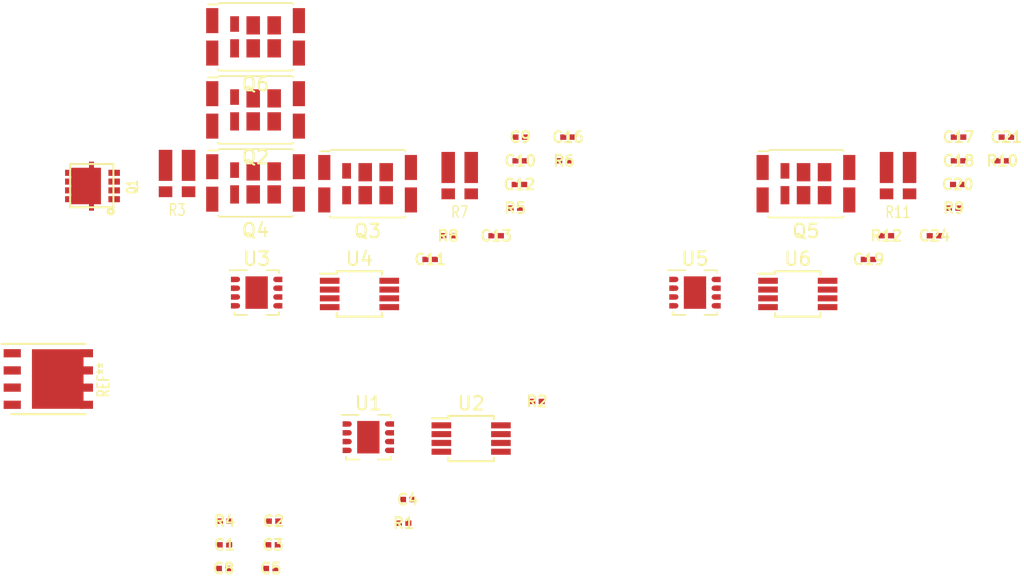
<source format=kicad_pcb>
(kicad_pcb (version 20171114) (host pcbnew "(2017-11-24 revision a01d81e4b)-makepkg")

  (general
    (thickness 1.6)
    (drawings 0)
    (tracks 0)
    (zones 0)
    (modules 43)
    (nets 46)
  )

  (page A4)
  (layers
    (0 F.Cu signal)
    (31 B.Cu signal)
    (32 B.Adhes user)
    (33 F.Adhes user)
    (34 B.Paste user)
    (35 F.Paste user)
    (36 B.SilkS user)
    (37 F.SilkS user)
    (38 B.Mask user)
    (39 F.Mask user)
    (40 Dwgs.User user)
    (41 Cmts.User user)
    (42 Eco1.User user)
    (43 Eco2.User user)
    (44 Edge.Cuts user)
    (45 Margin user)
    (46 B.CrtYd user)
    (47 F.CrtYd user)
    (48 B.Fab user hide)
    (49 F.Fab user hide)
  )

  (setup
    (last_trace_width 0.25)
    (trace_clearance 0.2)
    (zone_clearance 0.508)
    (zone_45_only no)
    (trace_min 0.2)
    (segment_width 0.2)
    (edge_width 0.15)
    (via_size 0.8)
    (via_drill 0.4)
    (via_min_size 0.4)
    (via_min_drill 0.3)
    (uvia_size 0.3)
    (uvia_drill 0.1)
    (uvias_allowed no)
    (uvia_min_size 0.2)
    (uvia_min_drill 0.1)
    (pcb_text_width 0.3)
    (pcb_text_size 1.5 1.5)
    (mod_edge_width 0.15)
    (mod_text_size 1 1)
    (mod_text_width 0.15)
    (pad_size 1.524 1.524)
    (pad_drill 0.762)
    (pad_to_mask_clearance 0.125)
    (solder_mask_min_width 0.075)
    (pad_to_paste_clearance_ratio -0.1)
    (aux_axis_origin 0 0)
    (visible_elements 7FFFFFFF)
    (pcbplotparams
      (layerselection 0x010fc_ffffffff)
      (usegerberextensions false)
      (usegerberattributes false)
      (usegerberadvancedattributes false)
      (creategerberjobfile false)
      (excludeedgelayer true)
      (linewidth 0.100000)
      (plotframeref false)
      (viasonmask false)
      (mode 1)
      (useauxorigin false)
      (hpglpennumber 1)
      (hpglpenspeed 20)
      (hpglpendiameter 15)
      (psnegative false)
      (psa4output false)
      (plotreference true)
      (plotvalue true)
      (plotinvisibletext false)
      (padsonsilk false)
      (subtractmaskfromsilk false)
      (outputformat 1)
      (mirror false)
      (drillshape 1)
      (scaleselection 1)
      (outputdirectory ""))
  )

  (net 0 "")
  (net 1 "Net-(Q1-Pad1)")
  (net 2 "Net-(Q2-Pad1)")
  (net 3 GND)
  (net 4 VAA)
  (net 5 +VDC)
  (net 6 "Net-(R3-Pad2)")
  (net 7 "Net-(R4-Pad2)")
  (net 8 "Net-(R3-Pad3)")
  (net 9 /Phase_W/Voltage_Sens_High)
  (net 10 /Phase_W/Current_Sens)
  (net 11 /sheet5A1C1425/Voltage_Sens_High)
  (net 12 "Net-(C10-Pad1)")
  (net 13 /sheet5A1C1425/Current_Sens)
  (net 14 /sheet5A1C15A8/Voltage_Sens_High)
  (net 15 "Net-(C18-Pad1)")
  (net 16 /sheet5A1C15A8/Current_Sens)
  (net 17 "Net-(Q3-Pad1)")
  (net 18 "Net-(Q4-Pad1)")
  (net 19 "Net-(Q5-Pad1)")
  (net 20 "Net-(Q6-Pad1)")
  (net 21 "Net-(R5-Pad2)")
  (net 22 "Net-(R6-Pad2)")
  (net 23 "Net-(R7-Pad2)")
  (net 24 "Net-(R8-Pad2)")
  (net 25 "Net-(R9-Pad2)")
  (net 26 "Net-(R10-Pad2)")
  (net 27 "Net-(R11-Pad2)")
  (net 28 "Net-(R12-Pad2)")
  (net 29 "Net-(U2-Pad4)")
  (net 30 "Net-(C2-Pad1)")
  (net 31 "Net-(R1-Pad2)")
  (net 32 "Net-(R2-Pad2)")
  (net 33 "Net-(U4-Pad4)")
  (net 34 "Net-(R7-Pad3)")
  (net 35 "Net-(R11-Pad3)")
  (net 36 "Net-(U6-Pad4)")
  (net 37 /Phase_W/Phase_Current_Out)
  (net 38 /sheet5A1C1425/Phase_Current_Out)
  (net 39 /sheet5A1C15A8/Phase_Current_Out)
  (net 40 /Phase_W/PWM_High_Fet)
  (net 41 /Phase_W/PWM_Low_Fet)
  (net 42 /sheet5A1C1425/PWM_High_Fet)
  (net 43 /sheet5A1C1425/PWM_Low_Fet)
  (net 44 /sheet5A1C15A8/PWM_Low_Fet)
  (net 45 /sheet5A1C15A8/PWM_High_Fet)

  (net_class Default "This is the default net class."
    (clearance 0.2)
    (trace_width 0.25)
    (via_dia 0.8)
    (via_drill 0.4)
    (uvia_dia 0.3)
    (uvia_drill 0.1)
    (add_net +VDC)
    (add_net /Phase_W/Current_Sens)
    (add_net /Phase_W/PWM_High_Fet)
    (add_net /Phase_W/PWM_Low_Fet)
    (add_net /Phase_W/Phase_Current_Out)
    (add_net /Phase_W/Voltage_Sens_High)
    (add_net /sheet5A1C1425/Current_Sens)
    (add_net /sheet5A1C1425/PWM_High_Fet)
    (add_net /sheet5A1C1425/PWM_Low_Fet)
    (add_net /sheet5A1C1425/Phase_Current_Out)
    (add_net /sheet5A1C1425/Voltage_Sens_High)
    (add_net /sheet5A1C15A8/Current_Sens)
    (add_net /sheet5A1C15A8/PWM_High_Fet)
    (add_net /sheet5A1C15A8/PWM_Low_Fet)
    (add_net /sheet5A1C15A8/Phase_Current_Out)
    (add_net /sheet5A1C15A8/Voltage_Sens_High)
    (add_net GND)
    (add_net "Net-(C10-Pad1)")
    (add_net "Net-(C18-Pad1)")
    (add_net "Net-(C2-Pad1)")
    (add_net "Net-(Q1-Pad1)")
    (add_net "Net-(Q2-Pad1)")
    (add_net "Net-(Q3-Pad1)")
    (add_net "Net-(Q4-Pad1)")
    (add_net "Net-(Q5-Pad1)")
    (add_net "Net-(Q6-Pad1)")
    (add_net "Net-(R1-Pad2)")
    (add_net "Net-(R10-Pad2)")
    (add_net "Net-(R11-Pad2)")
    (add_net "Net-(R11-Pad3)")
    (add_net "Net-(R12-Pad2)")
    (add_net "Net-(R2-Pad2)")
    (add_net "Net-(R3-Pad2)")
    (add_net "Net-(R3-Pad3)")
    (add_net "Net-(R4-Pad2)")
    (add_net "Net-(R5-Pad2)")
    (add_net "Net-(R6-Pad2)")
    (add_net "Net-(R7-Pad2)")
    (add_net "Net-(R7-Pad3)")
    (add_net "Net-(R8-Pad2)")
    (add_net "Net-(R9-Pad2)")
    (add_net "Net-(U2-Pad4)")
    (add_net "Net-(U4-Pad4)")
    (add_net "Net-(U6-Pad4)")
    (add_net VAA)
  )

  (module Mosfet-[JS]:TSON_Advance (layer F.Cu) (tedit 57849E65) (tstamp 5AB8B17E)
    (at 89.3 96.3 90)
    (path /5A1BBE2B/5A18C857)
    (fp_text reference Q1 (at -0.1 3 90) (layer F.SilkS)
      (effects (font (size 0.762 0.508) (thickness 0.127)))
    )
    (fp_text value IRL7486 (at 0 -3.1 90) (layer F.Fab)
      (effects (font (size 0.762 0.508) (thickness 0.127)))
    )
    (fp_line (start -1.6 -1.6) (end 1.6 -1.6) (layer F.SilkS) (width 0.15))
    (fp_line (start 1.6 -1.6) (end 1.6 1.6) (layer F.SilkS) (width 0.15))
    (fp_line (start 1.6 1.6) (end -1.6 1.6) (layer F.SilkS) (width 0.15))
    (fp_line (start -1.6 1.6) (end -1.6 -1.6) (layer F.SilkS) (width 0.15))
    (fp_circle (center -1.9 1.4) (end -1.8 1.4) (layer F.SilkS) (width 0.2032))
    (pad 8 smd rect (at -1.000695 -1.545079 270) (size 0.45 0.85) (layers F.Cu F.Paste F.Mask))
    (pad 7 smd rect (at -0.350695 -1.545079 270) (size 0.45 0.85) (layers F.Cu F.Paste F.Mask))
    (pad 6 smd rect (at 0.299305 -1.545079 270) (size 0.45 0.85) (layers F.Cu F.Paste F.Mask))
    (pad 5 smd rect (at 0.949305 -1.545079 270) (size 0.45 0.85) (layers F.Cu F.Paste F.Mask))
    (pad 1 smd rect (at -1.000695 1.654921 270) (size 0.45 0.85) (layers F.Cu F.Paste F.Mask)
      (net 1 "Net-(Q1-Pad1)"))
    (pad 2 smd rect (at -0.350695 1.654921 270) (size 0.45 0.85) (layers F.Cu F.Paste F.Mask)
      (net 9 /Phase_W/Voltage_Sens_High))
    (pad 3 smd rect (at 0.299305 1.654921 270) (size 0.45 0.85) (layers F.Cu F.Paste F.Mask)
      (net 5 +VDC))
    (pad 5 smd rect (at 1.474305 -0.020079) (size 0.37 0.6) (layers F.Cu F.Paste F.Mask))
    (pad 5 smd rect (at -1.525695 -0.020079) (size 0.37 0.65) (layers F.Cu F.Paste F.Mask))
    (pad 5 smd rect (at -0.025695 -0.420079 270) (size 2.7 2.2) (layers F.Cu F.Paste F.Mask))
    (pad 4 smd rect (at 0.949305 1.654921 270) (size 0.45 0.85) (layers F.Cu F.Paste F.Mask))
  )

  (module Mosfet-[JS]:SOP_Advance (layer F.Cu) (tedit 58E76567) (tstamp 5AAA7AAC)
    (at 86.1 110.6)
    (descr "TOSHIBA: 2-5Q1S")
    (tags "TOSHIBA: 2-5Q1S SOP_Advance")
    (attr smd)
    (fp_text reference REF** (at 4.064625 0.064625 -90) (layer F.SilkS)
      (effects (font (size 0.85 0.6) (thickness 0.125)))
    )
    (fp_text value SOP_Advance (at -0.6 3.6) (layer F.Fab)
      (effects (font (size 1 1) (thickness 0.15)))
    )
    (fp_line (start -3.552875 -2.752875) (end -3.552875 2.747125) (layer F.CrtYd) (width 0.05))
    (fp_line (start 3.547125 -2.752875) (end 3.547125 2.747125) (layer F.CrtYd) (width 0.05))
    (fp_line (start -3.552875 -2.752875) (end 3.547125 -2.752875) (layer F.CrtYd) (width 0.05))
    (fp_line (start -3.552875 2.747125) (end 3.547125 2.747125) (layer F.CrtYd) (width 0.05))
    (fp_line (start -3.452875 -2.602875) (end 2.747125 -2.602875) (layer F.SilkS) (width 0.15))
    (fp_line (start -2.752875 2.597125) (end 2.747125 2.597125) (layer F.SilkS) (width 0.15))
    (pad 1 smd rect (at -2.672875 -1.907875) (size 1.27 0.61) (layers F.Cu F.Paste F.Mask))
    (pad 2 smd rect (at -2.672875 -0.637875) (size 1.27 0.61) (layers F.Cu F.Paste F.Mask))
    (pad 3 smd rect (at -2.672875 0.632125) (size 1.27 0.61) (layers F.Cu F.Paste F.Mask))
    (pad 4 smd rect (at -2.672875 1.902125) (size 1.27 0.61) (layers F.Cu F.Paste F.Mask))
    (pad 5 smd rect (at 2.792125 1.902125) (size 1 0.6) (layers F.Cu F.Paste F.Mask))
    (pad 6 smd rect (at 2.792125 0.632125) (size 1 0.6) (layers F.Cu F.Paste F.Mask))
    (pad 7 smd rect (at 2.792125 -0.637875) (size 1 0.6) (layers F.Cu F.Paste F.Mask))
    (pad 8 smd rect (at 2.792125 -1.907875) (size 1 0.6) (layers F.Cu F.Paste F.Mask))
    (pad 5 smd rect (at 0.687125 -0.002875) (size 3.81 4.4) (layers F.Cu F.Paste F.Mask))
    (model ${KISYS3DMOD}/web/3D-shapes/SMD_SMDx_others/SO8-PowerPAK-dual.stp
      (at (xyz 0 0 0))
      (scale (xyz 1 1 1))
      (rotate (xyz 0 0 0))
    )
  )

  (module IPC7351-Nominal:CAPC0603X33 (layer F.Cu) (tedit 7FFFFFFF) (tstamp 5AC6F683)
    (at 99.098809 122.8535)
    (descr "Capacitor,non-polarized,Chip;0.60mm L X 0.30mm W X 0.33mm H")
    (path /5A1BBE2B/5A19E039)
    (attr smd)
    (fp_text reference C1 (at 0 0) (layer F.SilkS)
      (effects (font (size 0.8 0.8) (thickness 0.15)))
    )
    (fp_text value 2µF2 (at 0 0) (layer F.Fab)
      (effects (font (size 0.8 0.8) (thickness 0.15)))
    )
    (fp_line (start -0.825 0.45) (end -0.825 -0.45) (layer F.CrtYd) (width 0.15))
    (fp_line (start 0.825 0.45) (end -0.825 0.45) (layer F.CrtYd) (width 0.15))
    (fp_line (start 0.825 -0.45) (end 0.825 0.45) (layer F.CrtYd) (width 0.15))
    (fp_line (start -0.825 -0.45) (end 0.825 -0.45) (layer F.CrtYd) (width 0.15))
    (pad 2 smd rect (at 0.35 0) (size 0.45 0.4) (layers F.Cu F.Paste F.Mask)
      (net 3 GND))
    (pad 1 smd rect (at -0.35 0) (size 0.45 0.4) (layers F.Cu F.Paste F.Mask)
      (net 4 VAA))
    (model smd_cap/c_0402.wrl
      (at (xyz 0 0 0))
      (scale (xyz 0.7 0.7 0.7))
      (rotate (xyz 0 0 0))
    )
  )

  (module IPC7351-Nominal:CAPC0603X33 (layer F.Cu) (tedit 7FFFFFFF) (tstamp 5AC6F68D)
    (at 102.728809 121.1035)
    (descr "Capacitor,non-polarized,Chip;0.60mm L X 0.30mm W X 0.33mm H")
    (path /5A1BBE2B/5A18DDEC)
    (attr smd)
    (fp_text reference C2 (at 0 0) (layer F.SilkS)
      (effects (font (size 0.8 0.8) (thickness 0.15)))
    )
    (fp_text value 0µF1 (at 0 0) (layer F.Fab)
      (effects (font (size 0.8 0.8) (thickness 0.15)))
    )
    (fp_line (start -0.825 -0.45) (end 0.825 -0.45) (layer F.CrtYd) (width 0.15))
    (fp_line (start 0.825 -0.45) (end 0.825 0.45) (layer F.CrtYd) (width 0.15))
    (fp_line (start 0.825 0.45) (end -0.825 0.45) (layer F.CrtYd) (width 0.15))
    (fp_line (start -0.825 0.45) (end -0.825 -0.45) (layer F.CrtYd) (width 0.15))
    (pad 1 smd rect (at -0.35 0) (size 0.45 0.4) (layers F.Cu F.Paste F.Mask)
      (net 30 "Net-(C2-Pad1)"))
    (pad 2 smd rect (at 0.35 0) (size 0.45 0.4) (layers F.Cu F.Paste F.Mask)
      (net 9 /Phase_W/Voltage_Sens_High))
    (model smd_cap/c_0402.wrl
      (at (xyz 0 0 0))
      (scale (xyz 0.7 0.7 0.7))
      (rotate (xyz 0 0 0))
    )
  )

  (module IPC7351-Nominal:CAPC0603X33 (layer F.Cu) (tedit 7FFFFFFF) (tstamp 5AC6F697)
    (at 102.688809 122.8535)
    (descr "Capacitor,non-polarized,Chip;0.60mm L X 0.30mm W X 0.33mm H")
    (path /5A1BBE2B/5A1942B4)
    (attr smd)
    (fp_text reference C3 (at 0 0) (layer F.SilkS)
      (effects (font (size 0.8 0.8) (thickness 0.15)))
    )
    (fp_text value 2µF2 (at 0 0) (layer F.Fab)
      (effects (font (size 0.8 0.8) (thickness 0.15)))
    )
    (fp_line (start -0.825 0.45) (end -0.825 -0.45) (layer F.CrtYd) (width 0.15))
    (fp_line (start 0.825 0.45) (end -0.825 0.45) (layer F.CrtYd) (width 0.15))
    (fp_line (start 0.825 -0.45) (end 0.825 0.45) (layer F.CrtYd) (width 0.15))
    (fp_line (start -0.825 -0.45) (end 0.825 -0.45) (layer F.CrtYd) (width 0.15))
    (pad 2 smd rect (at 0.35 0) (size 0.45 0.4) (layers F.Cu F.Paste F.Mask)
      (net 3 GND))
    (pad 1 smd rect (at -0.35 0) (size 0.45 0.4) (layers F.Cu F.Paste F.Mask)
      (net 4 VAA))
    (model smd_cap/c_0402.wrl
      (at (xyz 0 0 0))
      (scale (xyz 0.7 0.7 0.7))
      (rotate (xyz 0 0 0))
    )
  )

  (module IPC7351-Nominal:CAPC0603X33 (layer F.Cu) (tedit 7FFFFFFF) (tstamp 5AC6F6A1)
    (at 112.641666 119.5035)
    (descr "Capacitor,non-polarized,Chip;0.60mm L X 0.30mm W X 0.33mm H")
    (path /5A1BBE2B/5A1A10E1)
    (attr smd)
    (fp_text reference C4 (at 0 0) (layer F.SilkS)
      (effects (font (size 0.8 0.8) (thickness 0.15)))
    )
    (fp_text value 4nF7 (at 0 0) (layer F.Fab)
      (effects (font (size 0.8 0.8) (thickness 0.15)))
    )
    (fp_line (start -0.825 0.45) (end -0.825 -0.45) (layer F.CrtYd) (width 0.15))
    (fp_line (start 0.825 0.45) (end -0.825 0.45) (layer F.CrtYd) (width 0.15))
    (fp_line (start 0.825 -0.45) (end 0.825 0.45) (layer F.CrtYd) (width 0.15))
    (fp_line (start -0.825 -0.45) (end 0.825 -0.45) (layer F.CrtYd) (width 0.15))
    (pad 2 smd rect (at 0.35 0) (size 0.45 0.4) (layers F.Cu F.Paste F.Mask)
      (net 3 GND))
    (pad 1 smd rect (at -0.35 0) (size 0.45 0.4) (layers F.Cu F.Paste F.Mask)
      (net 5 +VDC))
    (model smd_cap/c_0402.wrl
      (at (xyz 0 0 0))
      (scale (xyz 0.7 0.7 0.7))
      (rotate (xyz 0 0 0))
    )
  )

  (module IPC7351-Nominal:CAPC0603X33 (layer F.Cu) (tedit 7FFFFFFF) (tstamp 5AC6F6AB)
    (at 102.521666 124.6035)
    (descr "Capacitor,non-polarized,Chip;0.60mm L X 0.30mm W X 0.33mm H")
    (path /5A1BBE2B/5A1A101B)
    (attr smd)
    (fp_text reference C5 (at 0 0) (layer F.SilkS)
      (effects (font (size 0.8 0.8) (thickness 0.15)))
    )
    (fp_text value 4nF7 (at 0 0) (layer F.Fab)
      (effects (font (size 0.8 0.8) (thickness 0.15)))
    )
    (fp_line (start -0.825 -0.45) (end 0.825 -0.45) (layer F.CrtYd) (width 0.15))
    (fp_line (start 0.825 -0.45) (end 0.825 0.45) (layer F.CrtYd) (width 0.15))
    (fp_line (start 0.825 0.45) (end -0.825 0.45) (layer F.CrtYd) (width 0.15))
    (fp_line (start -0.825 0.45) (end -0.825 -0.45) (layer F.CrtYd) (width 0.15))
    (pad 1 smd rect (at -0.35 0) (size 0.45 0.4) (layers F.Cu F.Paste F.Mask)
      (net 5 +VDC))
    (pad 2 smd rect (at 0.35 0) (size 0.45 0.4) (layers F.Cu F.Paste F.Mask)
      (net 3 GND))
    (model smd_cap/c_0402.wrl
      (at (xyz 0 0 0))
      (scale (xyz 0.7 0.7 0.7))
      (rotate (xyz 0 0 0))
    )
  )

  (module IPC7351-Nominal:CAPC0603X33 (layer F.Cu) (tedit 7FFFFFFF) (tstamp 5AC6F6B5)
    (at 99.041666 124.6035)
    (descr "Capacitor,non-polarized,Chip;0.60mm L X 0.30mm W X 0.33mm H")
    (path /5A1BBE2B/5A1974AE)
    (attr smd)
    (fp_text reference C8 (at 0 0) (layer F.SilkS)
      (effects (font (size 0.8 0.8) (thickness 0.15)))
    )
    (fp_text value 4nF7 (at 0 0) (layer F.Fab)
      (effects (font (size 0.8 0.8) (thickness 0.15)))
    )
    (fp_line (start -0.825 -0.45) (end 0.825 -0.45) (layer F.CrtYd) (width 0.15))
    (fp_line (start 0.825 -0.45) (end 0.825 0.45) (layer F.CrtYd) (width 0.15))
    (fp_line (start 0.825 0.45) (end -0.825 0.45) (layer F.CrtYd) (width 0.15))
    (fp_line (start -0.825 0.45) (end -0.825 -0.45) (layer F.CrtYd) (width 0.15))
    (pad 1 smd rect (at -0.35 0) (size 0.45 0.4) (layers F.Cu F.Paste F.Mask)
      (net 10 /Phase_W/Current_Sens))
    (pad 2 smd rect (at 0.35 0) (size 0.45 0.4) (layers F.Cu F.Paste F.Mask)
      (net 3 GND))
    (model smd_cap/c_0402.wrl
      (at (xyz 0 0 0))
      (scale (xyz 0.7 0.7 0.7))
      (rotate (xyz 0 0 0))
    )
  )

  (module IPC7351-Nominal:CAPC0603X33 (layer F.Cu) (tedit 7FFFFFFF) (tstamp 5AC6F6BF)
    (at 120.948809 92.7135)
    (descr "Capacitor,non-polarized,Chip;0.60mm L X 0.30mm W X 0.33mm H")
    (path /5A1C142D/5A19E039)
    (attr smd)
    (fp_text reference C9 (at 0 0) (layer F.SilkS)
      (effects (font (size 0.8 0.8) (thickness 0.15)))
    )
    (fp_text value 2µF2 (at 0 0) (layer F.Fab)
      (effects (font (size 0.8 0.8) (thickness 0.15)))
    )
    (fp_line (start -0.825 0.45) (end -0.825 -0.45) (layer F.CrtYd) (width 0.15))
    (fp_line (start 0.825 0.45) (end -0.825 0.45) (layer F.CrtYd) (width 0.15))
    (fp_line (start 0.825 -0.45) (end 0.825 0.45) (layer F.CrtYd) (width 0.15))
    (fp_line (start -0.825 -0.45) (end 0.825 -0.45) (layer F.CrtYd) (width 0.15))
    (pad 2 smd rect (at 0.35 0) (size 0.45 0.4) (layers F.Cu F.Paste F.Mask)
      (net 3 GND))
    (pad 1 smd rect (at -0.35 0) (size 0.45 0.4) (layers F.Cu F.Paste F.Mask)
      (net 4 VAA))
    (model smd_cap/c_0402.wrl
      (at (xyz 0 0 0))
      (scale (xyz 0.7 0.7 0.7))
      (rotate (xyz 0 0 0))
    )
  )

  (module IPC7351-Nominal:CAPC0603X33 (layer F.Cu) (tedit 7FFFFFFF) (tstamp 5AC6F6C9)
    (at 120.948809 94.4635)
    (descr "Capacitor,non-polarized,Chip;0.60mm L X 0.30mm W X 0.33mm H")
    (path /5A1C142D/5A18DDEC)
    (attr smd)
    (fp_text reference C10 (at 0 0) (layer F.SilkS)
      (effects (font (size 0.8 0.8) (thickness 0.15)))
    )
    (fp_text value 0µF1 (at 0 0) (layer F.Fab)
      (effects (font (size 0.8 0.8) (thickness 0.15)))
    )
    (fp_line (start -0.825 0.45) (end -0.825 -0.45) (layer F.CrtYd) (width 0.15))
    (fp_line (start 0.825 0.45) (end -0.825 0.45) (layer F.CrtYd) (width 0.15))
    (fp_line (start 0.825 -0.45) (end 0.825 0.45) (layer F.CrtYd) (width 0.15))
    (fp_line (start -0.825 -0.45) (end 0.825 -0.45) (layer F.CrtYd) (width 0.15))
    (pad 2 smd rect (at 0.35 0) (size 0.45 0.4) (layers F.Cu F.Paste F.Mask)
      (net 11 /sheet5A1C1425/Voltage_Sens_High))
    (pad 1 smd rect (at -0.35 0) (size 0.45 0.4) (layers F.Cu F.Paste F.Mask)
      (net 12 "Net-(C10-Pad1)"))
    (model smd_cap/c_0402.wrl
      (at (xyz 0 0 0))
      (scale (xyz 0.7 0.7 0.7))
      (rotate (xyz 0 0 0))
    )
  )

  (module IPC7351-Nominal:CAPC0603X33 (layer F.Cu) (tedit 7FFFFFFF) (tstamp 5AC6F6D3)
    (at 114.298809 101.7535)
    (descr "Capacitor,non-polarized,Chip;0.60mm L X 0.30mm W X 0.33mm H")
    (path /5A1C142D/5A1942B4)
    (attr smd)
    (fp_text reference C11 (at 0 0) (layer F.SilkS)
      (effects (font (size 0.8 0.8) (thickness 0.15)))
    )
    (fp_text value 2µF2 (at 0 0) (layer F.Fab)
      (effects (font (size 0.8 0.8) (thickness 0.15)))
    )
    (fp_line (start -0.825 -0.45) (end 0.825 -0.45) (layer F.CrtYd) (width 0.15))
    (fp_line (start 0.825 -0.45) (end 0.825 0.45) (layer F.CrtYd) (width 0.15))
    (fp_line (start 0.825 0.45) (end -0.825 0.45) (layer F.CrtYd) (width 0.15))
    (fp_line (start -0.825 0.45) (end -0.825 -0.45) (layer F.CrtYd) (width 0.15))
    (pad 1 smd rect (at -0.35 0) (size 0.45 0.4) (layers F.Cu F.Paste F.Mask)
      (net 4 VAA))
    (pad 2 smd rect (at 0.35 0) (size 0.45 0.4) (layers F.Cu F.Paste F.Mask)
      (net 3 GND))
    (model smd_cap/c_0402.wrl
      (at (xyz 0 0 0))
      (scale (xyz 0.7 0.7 0.7))
      (rotate (xyz 0 0 0))
    )
  )

  (module IPC7351-Nominal:CAPC0603X33 (layer F.Cu) (tedit 7FFFFFFF) (tstamp 5AC6F6DD)
    (at 120.891666 96.2135)
    (descr "Capacitor,non-polarized,Chip;0.60mm L X 0.30mm W X 0.33mm H")
    (path /5A1C142D/5A1A10E1)
    (attr smd)
    (fp_text reference C12 (at 0 0) (layer F.SilkS)
      (effects (font (size 0.8 0.8) (thickness 0.15)))
    )
    (fp_text value 4nF7 (at 0 0) (layer F.Fab)
      (effects (font (size 0.8 0.8) (thickness 0.15)))
    )
    (fp_line (start -0.825 0.45) (end -0.825 -0.45) (layer F.CrtYd) (width 0.15))
    (fp_line (start 0.825 0.45) (end -0.825 0.45) (layer F.CrtYd) (width 0.15))
    (fp_line (start 0.825 -0.45) (end 0.825 0.45) (layer F.CrtYd) (width 0.15))
    (fp_line (start -0.825 -0.45) (end 0.825 -0.45) (layer F.CrtYd) (width 0.15))
    (pad 2 smd rect (at 0.35 0) (size 0.45 0.4) (layers F.Cu F.Paste F.Mask)
      (net 3 GND))
    (pad 1 smd rect (at -0.35 0) (size 0.45 0.4) (layers F.Cu F.Paste F.Mask)
      (net 5 +VDC))
    (model smd_cap/c_0402.wrl
      (at (xyz 0 0 0))
      (scale (xyz 0.7 0.7 0.7))
      (rotate (xyz 0 0 0))
    )
  )

  (module IPC7351-Nominal:CAPC0603X33 (layer F.Cu) (tedit 7FFFFFFF) (tstamp 5AC6F6E7)
    (at 119.171666 100.0035)
    (descr "Capacitor,non-polarized,Chip;0.60mm L X 0.30mm W X 0.33mm H")
    (path /5A1C142D/5A1A101B)
    (attr smd)
    (fp_text reference C13 (at 0 0) (layer F.SilkS)
      (effects (font (size 0.8 0.8) (thickness 0.15)))
    )
    (fp_text value 4nF7 (at 0 0) (layer F.Fab)
      (effects (font (size 0.8 0.8) (thickness 0.15)))
    )
    (fp_line (start -0.825 -0.45) (end 0.825 -0.45) (layer F.CrtYd) (width 0.15))
    (fp_line (start 0.825 -0.45) (end 0.825 0.45) (layer F.CrtYd) (width 0.15))
    (fp_line (start 0.825 0.45) (end -0.825 0.45) (layer F.CrtYd) (width 0.15))
    (fp_line (start -0.825 0.45) (end -0.825 -0.45) (layer F.CrtYd) (width 0.15))
    (pad 1 smd rect (at -0.35 0) (size 0.45 0.4) (layers F.Cu F.Paste F.Mask)
      (net 5 +VDC))
    (pad 2 smd rect (at 0.35 0) (size 0.45 0.4) (layers F.Cu F.Paste F.Mask)
      (net 3 GND))
    (model smd_cap/c_0402.wrl
      (at (xyz 0 0 0))
      (scale (xyz 0.7 0.7 0.7))
      (rotate (xyz 0 0 0))
    )
  )

  (module IPC7351-Nominal:CAPC0603X33 (layer F.Cu) (tedit 7FFFFFFF) (tstamp 5AC6F6F1)
    (at 124.481666 92.7135)
    (descr "Capacitor,non-polarized,Chip;0.60mm L X 0.30mm W X 0.33mm H")
    (path /5A1C142D/5A1974AE)
    (attr smd)
    (fp_text reference C16 (at 0 0) (layer F.SilkS)
      (effects (font (size 0.8 0.8) (thickness 0.15)))
    )
    (fp_text value 4nF7 (at 0 0) (layer F.Fab)
      (effects (font (size 0.8 0.8) (thickness 0.15)))
    )
    (fp_line (start -0.825 -0.45) (end 0.825 -0.45) (layer F.CrtYd) (width 0.15))
    (fp_line (start 0.825 -0.45) (end 0.825 0.45) (layer F.CrtYd) (width 0.15))
    (fp_line (start 0.825 0.45) (end -0.825 0.45) (layer F.CrtYd) (width 0.15))
    (fp_line (start -0.825 0.45) (end -0.825 -0.45) (layer F.CrtYd) (width 0.15))
    (pad 1 smd rect (at -0.35 0) (size 0.45 0.4) (layers F.Cu F.Paste F.Mask)
      (net 13 /sheet5A1C1425/Current_Sens))
    (pad 2 smd rect (at 0.35 0) (size 0.45 0.4) (layers F.Cu F.Paste F.Mask)
      (net 3 GND))
    (model smd_cap/c_0402.wrl
      (at (xyz 0 0 0))
      (scale (xyz 0.7 0.7 0.7))
      (rotate (xyz 0 0 0))
    )
  )

  (module IPC7351-Nominal:CAPC0603X33 (layer F.Cu) (tedit 7FFFFFFF) (tstamp 5AC6F6FB)
    (at 153.328809 92.7135)
    (descr "Capacitor,non-polarized,Chip;0.60mm L X 0.30mm W X 0.33mm H")
    (path /5A1C15B0/5A19E039)
    (attr smd)
    (fp_text reference C17 (at 0 0) (layer F.SilkS)
      (effects (font (size 0.8 0.8) (thickness 0.15)))
    )
    (fp_text value 2µF2 (at 0 0) (layer F.Fab)
      (effects (font (size 0.8 0.8) (thickness 0.15)))
    )
    (fp_line (start -0.825 -0.45) (end 0.825 -0.45) (layer F.CrtYd) (width 0.15))
    (fp_line (start 0.825 -0.45) (end 0.825 0.45) (layer F.CrtYd) (width 0.15))
    (fp_line (start 0.825 0.45) (end -0.825 0.45) (layer F.CrtYd) (width 0.15))
    (fp_line (start -0.825 0.45) (end -0.825 -0.45) (layer F.CrtYd) (width 0.15))
    (pad 1 smd rect (at -0.35 0) (size 0.45 0.4) (layers F.Cu F.Paste F.Mask)
      (net 4 VAA))
    (pad 2 smd rect (at 0.35 0) (size 0.45 0.4) (layers F.Cu F.Paste F.Mask)
      (net 3 GND))
    (model smd_cap/c_0402.wrl
      (at (xyz 0 0 0))
      (scale (xyz 0.7 0.7 0.7))
      (rotate (xyz 0 0 0))
    )
  )

  (module IPC7351-Nominal:CAPC0603X33 (layer F.Cu) (tedit 7FFFFFFF) (tstamp 5AC6F705)
    (at 153.328809 94.4635)
    (descr "Capacitor,non-polarized,Chip;0.60mm L X 0.30mm W X 0.33mm H")
    (path /5A1C15B0/5A18DDEC)
    (attr smd)
    (fp_text reference C18 (at 0 0) (layer F.SilkS)
      (effects (font (size 0.8 0.8) (thickness 0.15)))
    )
    (fp_text value 0µF1 (at 0 0) (layer F.Fab)
      (effects (font (size 0.8 0.8) (thickness 0.15)))
    )
    (fp_line (start -0.825 0.45) (end -0.825 -0.45) (layer F.CrtYd) (width 0.15))
    (fp_line (start 0.825 0.45) (end -0.825 0.45) (layer F.CrtYd) (width 0.15))
    (fp_line (start 0.825 -0.45) (end 0.825 0.45) (layer F.CrtYd) (width 0.15))
    (fp_line (start -0.825 -0.45) (end 0.825 -0.45) (layer F.CrtYd) (width 0.15))
    (pad 2 smd rect (at 0.35 0) (size 0.45 0.4) (layers F.Cu F.Paste F.Mask)
      (net 14 /sheet5A1C15A8/Voltage_Sens_High))
    (pad 1 smd rect (at -0.35 0) (size 0.45 0.4) (layers F.Cu F.Paste F.Mask)
      (net 15 "Net-(C18-Pad1)"))
    (model smd_cap/c_0402.wrl
      (at (xyz 0 0 0))
      (scale (xyz 0.7 0.7 0.7))
      (rotate (xyz 0 0 0))
    )
  )

  (module IPC7351-Nominal:CAPC0603X33 (layer F.Cu) (tedit 7FFFFFFF) (tstamp 5AC6F70F)
    (at 146.678809 101.7535)
    (descr "Capacitor,non-polarized,Chip;0.60mm L X 0.30mm W X 0.33mm H")
    (path /5A1C15B0/5A1942B4)
    (attr smd)
    (fp_text reference C19 (at 0 0) (layer F.SilkS)
      (effects (font (size 0.8 0.8) (thickness 0.15)))
    )
    (fp_text value 2µF2 (at 0 0) (layer F.Fab)
      (effects (font (size 0.8 0.8) (thickness 0.15)))
    )
    (fp_line (start -0.825 -0.45) (end 0.825 -0.45) (layer F.CrtYd) (width 0.15))
    (fp_line (start 0.825 -0.45) (end 0.825 0.45) (layer F.CrtYd) (width 0.15))
    (fp_line (start 0.825 0.45) (end -0.825 0.45) (layer F.CrtYd) (width 0.15))
    (fp_line (start -0.825 0.45) (end -0.825 -0.45) (layer F.CrtYd) (width 0.15))
    (pad 1 smd rect (at -0.35 0) (size 0.45 0.4) (layers F.Cu F.Paste F.Mask)
      (net 4 VAA))
    (pad 2 smd rect (at 0.35 0) (size 0.45 0.4) (layers F.Cu F.Paste F.Mask)
      (net 3 GND))
    (model smd_cap/c_0402.wrl
      (at (xyz 0 0 0))
      (scale (xyz 0.7 0.7 0.7))
      (rotate (xyz 0 0 0))
    )
  )

  (module IPC7351-Nominal:CAPC0603X33 (layer F.Cu) (tedit 7FFFFFFF) (tstamp 5AC6F719)
    (at 153.271666 96.2135)
    (descr "Capacitor,non-polarized,Chip;0.60mm L X 0.30mm W X 0.33mm H")
    (path /5A1C15B0/5A1A10E1)
    (attr smd)
    (fp_text reference C20 (at 0 0) (layer F.SilkS)
      (effects (font (size 0.8 0.8) (thickness 0.15)))
    )
    (fp_text value 4nF7 (at 0 0) (layer F.Fab)
      (effects (font (size 0.8 0.8) (thickness 0.15)))
    )
    (fp_line (start -0.825 -0.45) (end 0.825 -0.45) (layer F.CrtYd) (width 0.15))
    (fp_line (start 0.825 -0.45) (end 0.825 0.45) (layer F.CrtYd) (width 0.15))
    (fp_line (start 0.825 0.45) (end -0.825 0.45) (layer F.CrtYd) (width 0.15))
    (fp_line (start -0.825 0.45) (end -0.825 -0.45) (layer F.CrtYd) (width 0.15))
    (pad 1 smd rect (at -0.35 0) (size 0.45 0.4) (layers F.Cu F.Paste F.Mask)
      (net 5 +VDC))
    (pad 2 smd rect (at 0.35 0) (size 0.45 0.4) (layers F.Cu F.Paste F.Mask)
      (net 3 GND))
    (model smd_cap/c_0402.wrl
      (at (xyz 0 0 0))
      (scale (xyz 0.7 0.7 0.7))
      (rotate (xyz 0 0 0))
    )
  )

  (module IPC7351-Nominal:CAPC0603X33 (layer F.Cu) (tedit 7FFFFFFF) (tstamp 5AC6F723)
    (at 156.861666 92.7135)
    (descr "Capacitor,non-polarized,Chip;0.60mm L X 0.30mm W X 0.33mm H")
    (path /5A1C15B0/5A1A101B)
    (attr smd)
    (fp_text reference C21 (at 0 0) (layer F.SilkS)
      (effects (font (size 0.8 0.8) (thickness 0.15)))
    )
    (fp_text value 4nF7 (at 0 0) (layer F.Fab)
      (effects (font (size 0.8 0.8) (thickness 0.15)))
    )
    (fp_line (start -0.825 0.45) (end -0.825 -0.45) (layer F.CrtYd) (width 0.15))
    (fp_line (start 0.825 0.45) (end -0.825 0.45) (layer F.CrtYd) (width 0.15))
    (fp_line (start 0.825 -0.45) (end 0.825 0.45) (layer F.CrtYd) (width 0.15))
    (fp_line (start -0.825 -0.45) (end 0.825 -0.45) (layer F.CrtYd) (width 0.15))
    (pad 2 smd rect (at 0.35 0) (size 0.45 0.4) (layers F.Cu F.Paste F.Mask)
      (net 3 GND))
    (pad 1 smd rect (at -0.35 0) (size 0.45 0.4) (layers F.Cu F.Paste F.Mask)
      (net 5 +VDC))
    (model smd_cap/c_0402.wrl
      (at (xyz 0 0 0))
      (scale (xyz 0.7 0.7 0.7))
      (rotate (xyz 0 0 0))
    )
  )

  (module IPC7351-Nominal:CAPC0603X33 (layer F.Cu) (tedit 7FFFFFFF) (tstamp 5AC6F72D)
    (at 151.551666 100.0035)
    (descr "Capacitor,non-polarized,Chip;0.60mm L X 0.30mm W X 0.33mm H")
    (path /5A1C15B0/5A1974AE)
    (attr smd)
    (fp_text reference C24 (at 0 0) (layer F.SilkS)
      (effects (font (size 0.8 0.8) (thickness 0.15)))
    )
    (fp_text value 4nF7 (at 0 0) (layer F.Fab)
      (effects (font (size 0.8 0.8) (thickness 0.15)))
    )
    (fp_line (start -0.825 0.45) (end -0.825 -0.45) (layer F.CrtYd) (width 0.15))
    (fp_line (start 0.825 0.45) (end -0.825 0.45) (layer F.CrtYd) (width 0.15))
    (fp_line (start 0.825 -0.45) (end 0.825 0.45) (layer F.CrtYd) (width 0.15))
    (fp_line (start -0.825 -0.45) (end 0.825 -0.45) (layer F.CrtYd) (width 0.15))
    (pad 2 smd rect (at 0.35 0) (size 0.45 0.4) (layers F.Cu F.Paste F.Mask)
      (net 3 GND))
    (pad 1 smd rect (at -0.35 0) (size 0.45 0.4) (layers F.Cu F.Paste F.Mask)
      (net 16 /sheet5A1C15A8/Current_Sens))
    (model smd_cap/c_0402.wrl
      (at (xyz 0 0 0))
      (scale (xyz 0.7 0.7 0.7))
      (rotate (xyz 0 0 0))
    )
  )

  (module Package_DirectFET:DirectFET_ME (layer F.Cu) (tedit 5A0AAFC5) (tstamp 5AC6F757)
    (at 101.4 90.7)
    (descr "IRF DirectFET_ME http://www.irf.com/technical-info/appnotes/an-1035.pdf")
    (tags "DirectFET ME Mosfet Infenion")
    (path /5A1BBE2B/5A18C973)
    (attr smd)
    (fp_text reference Q2 (at 0 3.5) (layer F.SilkS)
      (effects (font (size 1 1) (thickness 0.15)))
    )
    (fp_text value IRL7486 (at 0 -3.3) (layer F.Fab)
      (effects (font (size 1 1) (thickness 0.15)))
    )
    (fp_text user %R (at 0 0) (layer F.Fab)
      (effects (font (size 1 1) (thickness 0.15)))
    )
    (fp_line (start -2.65 -2.35) (end -2.55 -2.45) (layer F.Fab) (width 0.1))
    (fp_line (start 2.55 -2.45) (end 2.65 -2.35) (layer F.Fab) (width 0.1))
    (fp_line (start -2.65 2.35) (end -2.55 2.45) (layer F.Fab) (width 0.1))
    (fp_line (start 2.65 2.35) (end 2.55 2.45) (layer F.Fab) (width 0.1))
    (fp_line (start 3.9 2.7) (end 3.9 -2.7) (layer F.CrtYd) (width 0.05))
    (fp_line (start -3.9 2.7) (end 3.9 2.7) (layer F.CrtYd) (width 0.05))
    (fp_line (start -3.9 -2.7) (end -3.9 2.7) (layer F.CrtYd) (width 0.05))
    (fp_line (start 3.9 -2.7) (end -3.9 -2.7) (layer F.CrtYd) (width 0.05))
    (fp_line (start -2.7 2.5) (end -2.8 2.4) (layer F.SilkS) (width 0.12))
    (fp_line (start 2.7 2.5) (end -2.7 2.5) (layer F.SilkS) (width 0.12))
    (fp_line (start 2.8 2.4) (end 2.7 2.5) (layer F.SilkS) (width 0.12))
    (fp_line (start 2.7 -2.5) (end 2.8 -2.4) (layer F.SilkS) (width 0.12))
    (fp_line (start -2.7 -2.5) (end 2.7 -2.5) (layer F.SilkS) (width 0.12))
    (fp_line (start -2.8 -2.4) (end -2.7 -2.5) (layer F.SilkS) (width 0.12))
    (fp_line (start -3.5 -2.4) (end -2.8 -2.4) (layer F.SilkS) (width 0.12))
    (fp_line (start -2.65 1.95) (end -2.65 2.35) (layer F.Fab) (width 0.1))
    (fp_line (start -3.15 1.95) (end -2.65 1.95) (layer F.Fab) (width 0.1))
    (fp_line (start 2.65 1.95) (end 2.65 2.35) (layer F.Fab) (width 0.1))
    (fp_line (start 3.15 1.95) (end 2.65 1.95) (layer F.Fab) (width 0.1))
    (fp_line (start 2.65 -1.95) (end 3.15 -1.95) (layer F.Fab) (width 0.1))
    (fp_line (start 2.65 -2.35) (end 2.65 -1.95) (layer F.Fab) (width 0.1))
    (fp_line (start -2.65 -1.95) (end -2.65 -2.35) (layer F.Fab) (width 0.1))
    (fp_line (start -3.15 -1.95) (end -2.65 -1.95) (layer F.Fab) (width 0.1))
    (fp_line (start -3.15 1.95) (end -3.15 -1.95) (layer F.Fab) (width 0.1))
    (fp_line (start 3.15 -1.95) (end 3.15 1.95) (layer F.Fab) (width 0.1))
    (fp_line (start -2.55 2.45) (end 2.55 2.45) (layer F.Fab) (width 0.1))
    (fp_line (start 2.55 -2.45) (end -2.55 -2.45) (layer F.Fab) (width 0.1))
    (pad 1 smd rect (at -3.2 -1.2) (size 0.9 1.85) (layers F.Cu F.Paste F.Mask)
      (net 2 "Net-(Q2-Pad1)"))
    (pad 1 smd rect (at 3.2 -1.2) (size 0.9 1.85) (layers F.Cu F.Paste F.Mask)
      (net 2 "Net-(Q2-Pad1)"))
    (pad 1 smd rect (at -3.2 1.2) (size 0.9 1.85) (layers F.Cu F.Paste F.Mask)
      (net 2 "Net-(Q2-Pad1)"))
    (pad 1 smd rect (at 3.2 1.2) (size 0.9 1.85) (layers F.Cu F.Paste F.Mask)
      (net 2 "Net-(Q2-Pad1)"))
    (pad 2 smd rect (at -1.55 -0.95) (size 0.65 1.15) (layers F.Cu F.Paste F.Mask)
      (net 3 GND))
    (pad 2 smd rect (at -1.55 0.85) (size 0.65 1.35) (layers F.Cu F.Paste F.Mask)
      (net 3 GND))
    (pad 3 smd rect (at -0.175 -0.85) (size 1 1.35) (layers F.Cu F.Paste F.Mask)
      (net 9 /Phase_W/Voltage_Sens_High))
    (pad 3 smd rect (at 1.375 -0.85) (size 1 1.35) (layers F.Cu F.Paste F.Mask)
      (net 9 /Phase_W/Voltage_Sens_High))
    (pad 3 smd rect (at -0.175 0.85) (size 1 1.35) (layers F.Cu F.Paste F.Mask)
      (net 9 /Phase_W/Voltage_Sens_High))
    (pad 3 smd rect (at 1.375 0.85) (size 1 1.35) (layers F.Cu F.Paste F.Mask)
      (net 9 /Phase_W/Voltage_Sens_High))
    (model ${KISYS3DMOD}/Package_DirectFET.3dshapes/DirectFET_ME.wrl
      (at (xyz 0 0 0))
      (scale (xyz 1 1 1))
      (rotate (xyz 0 0 0))
    )
  )

  (module Package_DirectFET:DirectFET_ME (layer F.Cu) (tedit 5A0AAFC5) (tstamp 5AC6F781)
    (at 109.675001 96.1575)
    (descr "IRF DirectFET_ME http://www.irf.com/technical-info/appnotes/an-1035.pdf")
    (tags "DirectFET ME Mosfet Infenion")
    (path /5A1C142D/5A18C857)
    (attr smd)
    (fp_text reference Q3 (at 0 3.5) (layer F.SilkS)
      (effects (font (size 1 1) (thickness 0.15)))
    )
    (fp_text value IRL7486 (at 0 -3.3) (layer F.Fab)
      (effects (font (size 1 1) (thickness 0.15)))
    )
    (fp_text user %R (at 0 0) (layer F.Fab)
      (effects (font (size 1 1) (thickness 0.15)))
    )
    (fp_line (start -2.65 -2.35) (end -2.55 -2.45) (layer F.Fab) (width 0.1))
    (fp_line (start 2.55 -2.45) (end 2.65 -2.35) (layer F.Fab) (width 0.1))
    (fp_line (start -2.65 2.35) (end -2.55 2.45) (layer F.Fab) (width 0.1))
    (fp_line (start 2.65 2.35) (end 2.55 2.45) (layer F.Fab) (width 0.1))
    (fp_line (start 3.9 2.7) (end 3.9 -2.7) (layer F.CrtYd) (width 0.05))
    (fp_line (start -3.9 2.7) (end 3.9 2.7) (layer F.CrtYd) (width 0.05))
    (fp_line (start -3.9 -2.7) (end -3.9 2.7) (layer F.CrtYd) (width 0.05))
    (fp_line (start 3.9 -2.7) (end -3.9 -2.7) (layer F.CrtYd) (width 0.05))
    (fp_line (start -2.7 2.5) (end -2.8 2.4) (layer F.SilkS) (width 0.12))
    (fp_line (start 2.7 2.5) (end -2.7 2.5) (layer F.SilkS) (width 0.12))
    (fp_line (start 2.8 2.4) (end 2.7 2.5) (layer F.SilkS) (width 0.12))
    (fp_line (start 2.7 -2.5) (end 2.8 -2.4) (layer F.SilkS) (width 0.12))
    (fp_line (start -2.7 -2.5) (end 2.7 -2.5) (layer F.SilkS) (width 0.12))
    (fp_line (start -2.8 -2.4) (end -2.7 -2.5) (layer F.SilkS) (width 0.12))
    (fp_line (start -3.5 -2.4) (end -2.8 -2.4) (layer F.SilkS) (width 0.12))
    (fp_line (start -2.65 1.95) (end -2.65 2.35) (layer F.Fab) (width 0.1))
    (fp_line (start -3.15 1.95) (end -2.65 1.95) (layer F.Fab) (width 0.1))
    (fp_line (start 2.65 1.95) (end 2.65 2.35) (layer F.Fab) (width 0.1))
    (fp_line (start 3.15 1.95) (end 2.65 1.95) (layer F.Fab) (width 0.1))
    (fp_line (start 2.65 -1.95) (end 3.15 -1.95) (layer F.Fab) (width 0.1))
    (fp_line (start 2.65 -2.35) (end 2.65 -1.95) (layer F.Fab) (width 0.1))
    (fp_line (start -2.65 -1.95) (end -2.65 -2.35) (layer F.Fab) (width 0.1))
    (fp_line (start -3.15 -1.95) (end -2.65 -1.95) (layer F.Fab) (width 0.1))
    (fp_line (start -3.15 1.95) (end -3.15 -1.95) (layer F.Fab) (width 0.1))
    (fp_line (start 3.15 -1.95) (end 3.15 1.95) (layer F.Fab) (width 0.1))
    (fp_line (start -2.55 2.45) (end 2.55 2.45) (layer F.Fab) (width 0.1))
    (fp_line (start 2.55 -2.45) (end -2.55 -2.45) (layer F.Fab) (width 0.1))
    (pad 1 smd rect (at -3.2 -1.2) (size 0.9 1.85) (layers F.Cu F.Paste F.Mask)
      (net 17 "Net-(Q3-Pad1)"))
    (pad 1 smd rect (at 3.2 -1.2) (size 0.9 1.85) (layers F.Cu F.Paste F.Mask)
      (net 17 "Net-(Q3-Pad1)"))
    (pad 1 smd rect (at -3.2 1.2) (size 0.9 1.85) (layers F.Cu F.Paste F.Mask)
      (net 17 "Net-(Q3-Pad1)"))
    (pad 1 smd rect (at 3.2 1.2) (size 0.9 1.85) (layers F.Cu F.Paste F.Mask)
      (net 17 "Net-(Q3-Pad1)"))
    (pad 2 smd rect (at -1.55 -0.95) (size 0.65 1.15) (layers F.Cu F.Paste F.Mask)
      (net 11 /sheet5A1C1425/Voltage_Sens_High))
    (pad 2 smd rect (at -1.55 0.85) (size 0.65 1.35) (layers F.Cu F.Paste F.Mask)
      (net 11 /sheet5A1C1425/Voltage_Sens_High))
    (pad 3 smd rect (at -0.175 -0.85) (size 1 1.35) (layers F.Cu F.Paste F.Mask)
      (net 5 +VDC))
    (pad 3 smd rect (at 1.375 -0.85) (size 1 1.35) (layers F.Cu F.Paste F.Mask)
      (net 5 +VDC))
    (pad 3 smd rect (at -0.175 0.85) (size 1 1.35) (layers F.Cu F.Paste F.Mask)
      (net 5 +VDC))
    (pad 3 smd rect (at 1.375 0.85) (size 1 1.35) (layers F.Cu F.Paste F.Mask)
      (net 5 +VDC))
    (model ${KISYS3DMOD}/Package_DirectFET.3dshapes/DirectFET_ME.wrl
      (at (xyz 0 0 0))
      (scale (xyz 1 1 1))
      (rotate (xyz 0 0 0))
    )
  )

  (module Package_DirectFET:DirectFET_ME (layer F.Cu) (tedit 5A0AAFC5) (tstamp 5AC6F7AB)
    (at 101.4 96.1)
    (descr "IRF DirectFET_ME http://www.irf.com/technical-info/appnotes/an-1035.pdf")
    (tags "DirectFET ME Mosfet Infenion")
    (path /5A1C142D/5A18C973)
    (attr smd)
    (fp_text reference Q4 (at 0 3.5) (layer F.SilkS)
      (effects (font (size 1 1) (thickness 0.15)))
    )
    (fp_text value IRL7486 (at 0 -3.3) (layer F.Fab)
      (effects (font (size 1 1) (thickness 0.15)))
    )
    (fp_line (start 2.55 -2.45) (end -2.55 -2.45) (layer F.Fab) (width 0.1))
    (fp_line (start -2.55 2.45) (end 2.55 2.45) (layer F.Fab) (width 0.1))
    (fp_line (start 3.15 -1.95) (end 3.15 1.95) (layer F.Fab) (width 0.1))
    (fp_line (start -3.15 1.95) (end -3.15 -1.95) (layer F.Fab) (width 0.1))
    (fp_line (start -3.15 -1.95) (end -2.65 -1.95) (layer F.Fab) (width 0.1))
    (fp_line (start -2.65 -1.95) (end -2.65 -2.35) (layer F.Fab) (width 0.1))
    (fp_line (start 2.65 -2.35) (end 2.65 -1.95) (layer F.Fab) (width 0.1))
    (fp_line (start 2.65 -1.95) (end 3.15 -1.95) (layer F.Fab) (width 0.1))
    (fp_line (start 3.15 1.95) (end 2.65 1.95) (layer F.Fab) (width 0.1))
    (fp_line (start 2.65 1.95) (end 2.65 2.35) (layer F.Fab) (width 0.1))
    (fp_line (start -3.15 1.95) (end -2.65 1.95) (layer F.Fab) (width 0.1))
    (fp_line (start -2.65 1.95) (end -2.65 2.35) (layer F.Fab) (width 0.1))
    (fp_line (start -3.5 -2.4) (end -2.8 -2.4) (layer F.SilkS) (width 0.12))
    (fp_line (start -2.8 -2.4) (end -2.7 -2.5) (layer F.SilkS) (width 0.12))
    (fp_line (start -2.7 -2.5) (end 2.7 -2.5) (layer F.SilkS) (width 0.12))
    (fp_line (start 2.7 -2.5) (end 2.8 -2.4) (layer F.SilkS) (width 0.12))
    (fp_line (start 2.8 2.4) (end 2.7 2.5) (layer F.SilkS) (width 0.12))
    (fp_line (start 2.7 2.5) (end -2.7 2.5) (layer F.SilkS) (width 0.12))
    (fp_line (start -2.7 2.5) (end -2.8 2.4) (layer F.SilkS) (width 0.12))
    (fp_line (start 3.9 -2.7) (end -3.9 -2.7) (layer F.CrtYd) (width 0.05))
    (fp_line (start -3.9 -2.7) (end -3.9 2.7) (layer F.CrtYd) (width 0.05))
    (fp_line (start -3.9 2.7) (end 3.9 2.7) (layer F.CrtYd) (width 0.05))
    (fp_line (start 3.9 2.7) (end 3.9 -2.7) (layer F.CrtYd) (width 0.05))
    (fp_line (start 2.65 2.35) (end 2.55 2.45) (layer F.Fab) (width 0.1))
    (fp_line (start -2.65 2.35) (end -2.55 2.45) (layer F.Fab) (width 0.1))
    (fp_line (start 2.55 -2.45) (end 2.65 -2.35) (layer F.Fab) (width 0.1))
    (fp_line (start -2.65 -2.35) (end -2.55 -2.45) (layer F.Fab) (width 0.1))
    (fp_text user %R (at 0 0) (layer F.Fab)
      (effects (font (size 1 1) (thickness 0.15)))
    )
    (pad 3 smd rect (at 1.375 0.85) (size 1 1.35) (layers F.Cu F.Paste F.Mask)
      (net 11 /sheet5A1C1425/Voltage_Sens_High))
    (pad 3 smd rect (at -0.175 0.85) (size 1 1.35) (layers F.Cu F.Paste F.Mask)
      (net 11 /sheet5A1C1425/Voltage_Sens_High))
    (pad 3 smd rect (at 1.375 -0.85) (size 1 1.35) (layers F.Cu F.Paste F.Mask)
      (net 11 /sheet5A1C1425/Voltage_Sens_High))
    (pad 3 smd rect (at -0.175 -0.85) (size 1 1.35) (layers F.Cu F.Paste F.Mask)
      (net 11 /sheet5A1C1425/Voltage_Sens_High))
    (pad 2 smd rect (at -1.55 0.85) (size 0.65 1.35) (layers F.Cu F.Paste F.Mask)
      (net 3 GND))
    (pad 2 smd rect (at -1.55 -0.95) (size 0.65 1.15) (layers F.Cu F.Paste F.Mask)
      (net 3 GND))
    (pad 1 smd rect (at 3.2 1.2) (size 0.9 1.85) (layers F.Cu F.Paste F.Mask)
      (net 18 "Net-(Q4-Pad1)"))
    (pad 1 smd rect (at -3.2 1.2) (size 0.9 1.85) (layers F.Cu F.Paste F.Mask)
      (net 18 "Net-(Q4-Pad1)"))
    (pad 1 smd rect (at 3.2 -1.2) (size 0.9 1.85) (layers F.Cu F.Paste F.Mask)
      (net 18 "Net-(Q4-Pad1)"))
    (pad 1 smd rect (at -3.2 -1.2) (size 0.9 1.85) (layers F.Cu F.Paste F.Mask)
      (net 18 "Net-(Q4-Pad1)"))
    (model ${KISYS3DMOD}/Package_DirectFET.3dshapes/DirectFET_ME.wrl
      (at (xyz 0 0 0))
      (scale (xyz 1 1 1))
      (rotate (xyz 0 0 0))
    )
  )

  (module Package_DirectFET:DirectFET_ME (layer F.Cu) (tedit 5A0AAFC5) (tstamp 5AC6F7D5)
    (at 142.055001 96.1575)
    (descr "IRF DirectFET_ME http://www.irf.com/technical-info/appnotes/an-1035.pdf")
    (tags "DirectFET ME Mosfet Infenion")
    (path /5A1C15B0/5A18C857)
    (attr smd)
    (fp_text reference Q5 (at 0 3.5) (layer F.SilkS)
      (effects (font (size 1 1) (thickness 0.15)))
    )
    (fp_text value IRL7486 (at 0 -3.3) (layer F.Fab)
      (effects (font (size 1 1) (thickness 0.15)))
    )
    (fp_line (start 2.55 -2.45) (end -2.55 -2.45) (layer F.Fab) (width 0.1))
    (fp_line (start -2.55 2.45) (end 2.55 2.45) (layer F.Fab) (width 0.1))
    (fp_line (start 3.15 -1.95) (end 3.15 1.95) (layer F.Fab) (width 0.1))
    (fp_line (start -3.15 1.95) (end -3.15 -1.95) (layer F.Fab) (width 0.1))
    (fp_line (start -3.15 -1.95) (end -2.65 -1.95) (layer F.Fab) (width 0.1))
    (fp_line (start -2.65 -1.95) (end -2.65 -2.35) (layer F.Fab) (width 0.1))
    (fp_line (start 2.65 -2.35) (end 2.65 -1.95) (layer F.Fab) (width 0.1))
    (fp_line (start 2.65 -1.95) (end 3.15 -1.95) (layer F.Fab) (width 0.1))
    (fp_line (start 3.15 1.95) (end 2.65 1.95) (layer F.Fab) (width 0.1))
    (fp_line (start 2.65 1.95) (end 2.65 2.35) (layer F.Fab) (width 0.1))
    (fp_line (start -3.15 1.95) (end -2.65 1.95) (layer F.Fab) (width 0.1))
    (fp_line (start -2.65 1.95) (end -2.65 2.35) (layer F.Fab) (width 0.1))
    (fp_line (start -3.5 -2.4) (end -2.8 -2.4) (layer F.SilkS) (width 0.12))
    (fp_line (start -2.8 -2.4) (end -2.7 -2.5) (layer F.SilkS) (width 0.12))
    (fp_line (start -2.7 -2.5) (end 2.7 -2.5) (layer F.SilkS) (width 0.12))
    (fp_line (start 2.7 -2.5) (end 2.8 -2.4) (layer F.SilkS) (width 0.12))
    (fp_line (start 2.8 2.4) (end 2.7 2.5) (layer F.SilkS) (width 0.12))
    (fp_line (start 2.7 2.5) (end -2.7 2.5) (layer F.SilkS) (width 0.12))
    (fp_line (start -2.7 2.5) (end -2.8 2.4) (layer F.SilkS) (width 0.12))
    (fp_line (start 3.9 -2.7) (end -3.9 -2.7) (layer F.CrtYd) (width 0.05))
    (fp_line (start -3.9 -2.7) (end -3.9 2.7) (layer F.CrtYd) (width 0.05))
    (fp_line (start -3.9 2.7) (end 3.9 2.7) (layer F.CrtYd) (width 0.05))
    (fp_line (start 3.9 2.7) (end 3.9 -2.7) (layer F.CrtYd) (width 0.05))
    (fp_line (start 2.65 2.35) (end 2.55 2.45) (layer F.Fab) (width 0.1))
    (fp_line (start -2.65 2.35) (end -2.55 2.45) (layer F.Fab) (width 0.1))
    (fp_line (start 2.55 -2.45) (end 2.65 -2.35) (layer F.Fab) (width 0.1))
    (fp_line (start -2.65 -2.35) (end -2.55 -2.45) (layer F.Fab) (width 0.1))
    (fp_text user %R (at 0 0) (layer F.Fab)
      (effects (font (size 1 1) (thickness 0.15)))
    )
    (pad 3 smd rect (at 1.375 0.85) (size 1 1.35) (layers F.Cu F.Paste F.Mask)
      (net 5 +VDC))
    (pad 3 smd rect (at -0.175 0.85) (size 1 1.35) (layers F.Cu F.Paste F.Mask)
      (net 5 +VDC))
    (pad 3 smd rect (at 1.375 -0.85) (size 1 1.35) (layers F.Cu F.Paste F.Mask)
      (net 5 +VDC))
    (pad 3 smd rect (at -0.175 -0.85) (size 1 1.35) (layers F.Cu F.Paste F.Mask)
      (net 5 +VDC))
    (pad 2 smd rect (at -1.55 0.85) (size 0.65 1.35) (layers F.Cu F.Paste F.Mask)
      (net 14 /sheet5A1C15A8/Voltage_Sens_High))
    (pad 2 smd rect (at -1.55 -0.95) (size 0.65 1.15) (layers F.Cu F.Paste F.Mask)
      (net 14 /sheet5A1C15A8/Voltage_Sens_High))
    (pad 1 smd rect (at 3.2 1.2) (size 0.9 1.85) (layers F.Cu F.Paste F.Mask)
      (net 19 "Net-(Q5-Pad1)"))
    (pad 1 smd rect (at -3.2 1.2) (size 0.9 1.85) (layers F.Cu F.Paste F.Mask)
      (net 19 "Net-(Q5-Pad1)"))
    (pad 1 smd rect (at 3.2 -1.2) (size 0.9 1.85) (layers F.Cu F.Paste F.Mask)
      (net 19 "Net-(Q5-Pad1)"))
    (pad 1 smd rect (at -3.2 -1.2) (size 0.9 1.85) (layers F.Cu F.Paste F.Mask)
      (net 19 "Net-(Q5-Pad1)"))
    (model ${KISYS3DMOD}/Package_DirectFET.3dshapes/DirectFET_ME.wrl
      (at (xyz 0 0 0))
      (scale (xyz 1 1 1))
      (rotate (xyz 0 0 0))
    )
  )

  (module Package_DirectFET:DirectFET_ME (layer F.Cu) (tedit 5A0AAFC5) (tstamp 5AC6F7FF)
    (at 101.4 85.3)
    (descr "IRF DirectFET_ME http://www.irf.com/technical-info/appnotes/an-1035.pdf")
    (tags "DirectFET ME Mosfet Infenion")
    (path /5A1C15B0/5A18C973)
    (attr smd)
    (fp_text reference Q6 (at 0 3.5) (layer F.SilkS)
      (effects (font (size 1 1) (thickness 0.15)))
    )
    (fp_text value IRL7486 (at 0 -3.3) (layer F.Fab)
      (effects (font (size 1 1) (thickness 0.15)))
    )
    (fp_text user %R (at 0 0) (layer F.Fab)
      (effects (font (size 1 1) (thickness 0.15)))
    )
    (fp_line (start -2.65 -2.35) (end -2.55 -2.45) (layer F.Fab) (width 0.1))
    (fp_line (start 2.55 -2.45) (end 2.65 -2.35) (layer F.Fab) (width 0.1))
    (fp_line (start -2.65 2.35) (end -2.55 2.45) (layer F.Fab) (width 0.1))
    (fp_line (start 2.65 2.35) (end 2.55 2.45) (layer F.Fab) (width 0.1))
    (fp_line (start 3.9 2.7) (end 3.9 -2.7) (layer F.CrtYd) (width 0.05))
    (fp_line (start -3.9 2.7) (end 3.9 2.7) (layer F.CrtYd) (width 0.05))
    (fp_line (start -3.9 -2.7) (end -3.9 2.7) (layer F.CrtYd) (width 0.05))
    (fp_line (start 3.9 -2.7) (end -3.9 -2.7) (layer F.CrtYd) (width 0.05))
    (fp_line (start -2.7 2.5) (end -2.8 2.4) (layer F.SilkS) (width 0.12))
    (fp_line (start 2.7 2.5) (end -2.7 2.5) (layer F.SilkS) (width 0.12))
    (fp_line (start 2.8 2.4) (end 2.7 2.5) (layer F.SilkS) (width 0.12))
    (fp_line (start 2.7 -2.5) (end 2.8 -2.4) (layer F.SilkS) (width 0.12))
    (fp_line (start -2.7 -2.5) (end 2.7 -2.5) (layer F.SilkS) (width 0.12))
    (fp_line (start -2.8 -2.4) (end -2.7 -2.5) (layer F.SilkS) (width 0.12))
    (fp_line (start -3.5 -2.4) (end -2.8 -2.4) (layer F.SilkS) (width 0.12))
    (fp_line (start -2.65 1.95) (end -2.65 2.35) (layer F.Fab) (width 0.1))
    (fp_line (start -3.15 1.95) (end -2.65 1.95) (layer F.Fab) (width 0.1))
    (fp_line (start 2.65 1.95) (end 2.65 2.35) (layer F.Fab) (width 0.1))
    (fp_line (start 3.15 1.95) (end 2.65 1.95) (layer F.Fab) (width 0.1))
    (fp_line (start 2.65 -1.95) (end 3.15 -1.95) (layer F.Fab) (width 0.1))
    (fp_line (start 2.65 -2.35) (end 2.65 -1.95) (layer F.Fab) (width 0.1))
    (fp_line (start -2.65 -1.95) (end -2.65 -2.35) (layer F.Fab) (width 0.1))
    (fp_line (start -3.15 -1.95) (end -2.65 -1.95) (layer F.Fab) (width 0.1))
    (fp_line (start -3.15 1.95) (end -3.15 -1.95) (layer F.Fab) (width 0.1))
    (fp_line (start 3.15 -1.95) (end 3.15 1.95) (layer F.Fab) (width 0.1))
    (fp_line (start -2.55 2.45) (end 2.55 2.45) (layer F.Fab) (width 0.1))
    (fp_line (start 2.55 -2.45) (end -2.55 -2.45) (layer F.Fab) (width 0.1))
    (pad 1 smd rect (at -3.2 -1.2) (size 0.9 1.85) (layers F.Cu F.Paste F.Mask)
      (net 20 "Net-(Q6-Pad1)"))
    (pad 1 smd rect (at 3.2 -1.2) (size 0.9 1.85) (layers F.Cu F.Paste F.Mask)
      (net 20 "Net-(Q6-Pad1)"))
    (pad 1 smd rect (at -3.2 1.2) (size 0.9 1.85) (layers F.Cu F.Paste F.Mask)
      (net 20 "Net-(Q6-Pad1)"))
    (pad 1 smd rect (at 3.2 1.2) (size 0.9 1.85) (layers F.Cu F.Paste F.Mask)
      (net 20 "Net-(Q6-Pad1)"))
    (pad 2 smd rect (at -1.55 -0.95) (size 0.65 1.15) (layers F.Cu F.Paste F.Mask)
      (net 3 GND))
    (pad 2 smd rect (at -1.55 0.85) (size 0.65 1.35) (layers F.Cu F.Paste F.Mask)
      (net 3 GND))
    (pad 3 smd rect (at -0.175 -0.85) (size 1 1.35) (layers F.Cu F.Paste F.Mask)
      (net 14 /sheet5A1C15A8/Voltage_Sens_High))
    (pad 3 smd rect (at 1.375 -0.85) (size 1 1.35) (layers F.Cu F.Paste F.Mask)
      (net 14 /sheet5A1C15A8/Voltage_Sens_High))
    (pad 3 smd rect (at -0.175 0.85) (size 1 1.35) (layers F.Cu F.Paste F.Mask)
      (net 14 /sheet5A1C15A8/Voltage_Sens_High))
    (pad 3 smd rect (at 1.375 0.85) (size 1 1.35) (layers F.Cu F.Paste F.Mask)
      (net 14 /sheet5A1C15A8/Voltage_Sens_High))
    (model ${KISYS3DMOD}/Package_DirectFET.3dshapes/DirectFET_ME.wrl
      (at (xyz 0 0 0))
      (scale (xyz 1 1 1))
      (rotate (xyz 0 0 0))
    )
  )

  (module IPC7351-Nominal:RESC0603X30 (layer F.Cu) (tedit 46B62748) (tstamp 5AC6F809)
    (at 112.336905 121.2535)
    (descr "Resistor,Chip;0.60mm L X 0.30mm W X 0.30mm H")
    (path /5A1BBE2B/5A18D9F7)
    (attr smd)
    (fp_text reference R1 (at 0 0) (layer F.SilkS)
      (effects (font (size 0.8 0.8) (thickness 0.15)))
    )
    (fp_text value 4R7 (at 0 0) (layer F.Fab)
      (effects (font (size 0.8 0.8) (thickness 0.15)))
    )
    (fp_line (start -0.825 0.45) (end -0.825 -0.45) (layer F.CrtYd) (width 0.15))
    (fp_line (start 0.825 0.45) (end -0.825 0.45) (layer F.CrtYd) (width 0.15))
    (fp_line (start 0.825 -0.45) (end 0.825 0.45) (layer F.CrtYd) (width 0.15))
    (fp_line (start -0.825 -0.45) (end 0.825 -0.45) (layer F.CrtYd) (width 0.15))
    (pad 2 smd rect (at 0.35 0) (size 0.45 0.4) (layers F.Cu F.Paste F.Mask)
      (net 31 "Net-(R1-Pad2)"))
    (pad 1 smd rect (at -0.35 0) (size 0.45 0.4) (layers F.Cu F.Paste F.Mask)
      (net 1 "Net-(Q1-Pad1)"))
  )

  (module IPC7351-Nominal:RESC0603X30 (layer F.Cu) (tedit 46B62748) (tstamp 5AC6F813)
    (at 122.186905 112.2535)
    (descr "Resistor,Chip;0.60mm L X 0.30mm W X 0.30mm H")
    (path /5A1BBE2B/5A18D7E0)
    (attr smd)
    (fp_text reference R2 (at 0 0) (layer F.SilkS)
      (effects (font (size 0.8 0.8) (thickness 0.15)))
    )
    (fp_text value 4R7 (at 0 0) (layer F.Fab)
      (effects (font (size 0.8 0.8) (thickness 0.15)))
    )
    (fp_line (start -0.825 -0.45) (end 0.825 -0.45) (layer F.CrtYd) (width 0.15))
    (fp_line (start 0.825 -0.45) (end 0.825 0.45) (layer F.CrtYd) (width 0.15))
    (fp_line (start 0.825 0.45) (end -0.825 0.45) (layer F.CrtYd) (width 0.15))
    (fp_line (start -0.825 0.45) (end -0.825 -0.45) (layer F.CrtYd) (width 0.15))
    (pad 1 smd rect (at -0.35 0) (size 0.45 0.4) (layers F.Cu F.Paste F.Mask)
      (net 2 "Net-(Q2-Pad1)"))
    (pad 2 smd rect (at 0.35 0) (size 0.45 0.4) (layers F.Cu F.Paste F.Mask)
      (net 32 "Net-(R2-Pad2)"))
  )

  (module General_smd-[JS]:CSSK0612 (layer F.Cu) (tedit 5A1B37CC) (tstamp 5AC6F81F)
    (at 95.6 95.4)
    (path /5A1BBE2B/5A18FE90)
    (fp_text reference R3 (at 0 2.7) (layer F.SilkS)
      (effects (font (size 0.85 0.65) (thickness 0.1)))
    )
    (fp_text value 0R005 (at 0 -2.7) (layer F.Fab)
      (effects (font (size 1 1) (thickness 0.15)))
    )
    (fp_line (start 1.5 -1.9) (end -1.5 -1.9) (layer F.CrtYd) (width 0.1))
    (fp_line (start 1.5 1.9) (end 1.5 -1.9) (layer F.CrtYd) (width 0.1))
    (fp_line (start -1.5 1.9) (end 1.5 1.9) (layer F.CrtYd) (width 0.1))
    (fp_line (start -1.5 -1.9) (end -1.5 1.9) (layer F.CrtYd) (width 0.1))
    (pad 1 smd rect (at -0.85 -0.6) (size 1 2.3) (layers F.Cu F.Paste F.Mask)
      (net 9 /Phase_W/Voltage_Sens_High))
    (pad 2 smd rect (at -0.85 1.35) (size 1 0.8) (layers F.Cu F.Paste F.Mask)
      (net 6 "Net-(R3-Pad2)"))
    (pad 3 smd rect (at 0.85 1.35) (size 1 0.8) (layers F.Cu F.Paste F.Mask)
      (net 8 "Net-(R3-Pad3)"))
    (pad 4 smd rect (at 0.85 -0.6) (size 1 2.3) (layers F.Cu F.Paste F.Mask)
      (net 37 /Phase_W/Phase_Current_Out))
  )

  (module IPC7351-Nominal:RESC0603X30 (layer F.Cu) (tedit 46B62748) (tstamp 5AC6F829)
    (at 99.117857 121.1035)
    (descr "Resistor,Chip;0.60mm L X 0.30mm W X 0.30mm H")
    (path /5A1BBE2B/5A19740C)
    (attr smd)
    (fp_text reference R4 (at 0 0) (layer F.SilkS)
      (effects (font (size 0.8 0.8) (thickness 0.15)))
    )
    (fp_text value 100R (at 0 0) (layer F.Fab)
      (effects (font (size 0.8 0.8) (thickness 0.15)))
    )
    (fp_line (start -0.825 -0.45) (end 0.825 -0.45) (layer F.CrtYd) (width 0.15))
    (fp_line (start 0.825 -0.45) (end 0.825 0.45) (layer F.CrtYd) (width 0.15))
    (fp_line (start 0.825 0.45) (end -0.825 0.45) (layer F.CrtYd) (width 0.15))
    (fp_line (start -0.825 0.45) (end -0.825 -0.45) (layer F.CrtYd) (width 0.15))
    (pad 1 smd rect (at -0.35 0) (size 0.45 0.4) (layers F.Cu F.Paste F.Mask)
      (net 10 /Phase_W/Current_Sens))
    (pad 2 smd rect (at 0.35 0) (size 0.45 0.4) (layers F.Cu F.Paste F.Mask)
      (net 7 "Net-(R4-Pad2)"))
  )

  (module IPC7351-Nominal:RESC0603X30 (layer F.Cu) (tedit 46B62748) (tstamp 5AC6F833)
    (at 120.586905 97.9635)
    (descr "Resistor,Chip;0.60mm L X 0.30mm W X 0.30mm H")
    (path /5A1C142D/5A18D9F7)
    (attr smd)
    (fp_text reference R5 (at 0 0) (layer F.SilkS)
      (effects (font (size 0.8 0.8) (thickness 0.15)))
    )
    (fp_text value 4R7 (at 0 0) (layer F.Fab)
      (effects (font (size 0.8 0.8) (thickness 0.15)))
    )
    (fp_line (start -0.825 -0.45) (end 0.825 -0.45) (layer F.CrtYd) (width 0.15))
    (fp_line (start 0.825 -0.45) (end 0.825 0.45) (layer F.CrtYd) (width 0.15))
    (fp_line (start 0.825 0.45) (end -0.825 0.45) (layer F.CrtYd) (width 0.15))
    (fp_line (start -0.825 0.45) (end -0.825 -0.45) (layer F.CrtYd) (width 0.15))
    (pad 1 smd rect (at -0.35 0) (size 0.45 0.4) (layers F.Cu F.Paste F.Mask)
      (net 17 "Net-(Q3-Pad1)"))
    (pad 2 smd rect (at 0.35 0) (size 0.45 0.4) (layers F.Cu F.Paste F.Mask)
      (net 21 "Net-(R5-Pad2)"))
  )

  (module IPC7351-Nominal:RESC0603X30 (layer F.Cu) (tedit 46B62748) (tstamp 5AC6F83D)
    (at 124.176905 94.4635)
    (descr "Resistor,Chip;0.60mm L X 0.30mm W X 0.30mm H")
    (path /5A1C142D/5A18D7E0)
    (attr smd)
    (fp_text reference R6 (at 0 0) (layer F.SilkS)
      (effects (font (size 0.8 0.8) (thickness 0.15)))
    )
    (fp_text value 4R7 (at 0 0) (layer F.Fab)
      (effects (font (size 0.8 0.8) (thickness 0.15)))
    )
    (fp_line (start -0.825 0.45) (end -0.825 -0.45) (layer F.CrtYd) (width 0.15))
    (fp_line (start 0.825 0.45) (end -0.825 0.45) (layer F.CrtYd) (width 0.15))
    (fp_line (start 0.825 -0.45) (end 0.825 0.45) (layer F.CrtYd) (width 0.15))
    (fp_line (start -0.825 -0.45) (end 0.825 -0.45) (layer F.CrtYd) (width 0.15))
    (pad 2 smd rect (at 0.35 0) (size 0.45 0.4) (layers F.Cu F.Paste F.Mask)
      (net 22 "Net-(R6-Pad2)"))
    (pad 1 smd rect (at -0.35 0) (size 0.45 0.4) (layers F.Cu F.Paste F.Mask)
      (net 18 "Net-(Q4-Pad1)"))
  )

  (module General_smd-[JS]:CSSK0612 (layer F.Cu) (tedit 5A1B37CC) (tstamp 5AC6F849)
    (at 116.479762 95.5575)
    (path /5A1C142D/5A18FE90)
    (fp_text reference R7 (at 0 2.7) (layer F.SilkS)
      (effects (font (size 0.85 0.65) (thickness 0.1)))
    )
    (fp_text value 0R005 (at 0 -2.7) (layer F.Fab)
      (effects (font (size 1 1) (thickness 0.15)))
    )
    (fp_line (start -1.5 -1.9) (end -1.5 1.9) (layer F.CrtYd) (width 0.1))
    (fp_line (start -1.5 1.9) (end 1.5 1.9) (layer F.CrtYd) (width 0.1))
    (fp_line (start 1.5 1.9) (end 1.5 -1.9) (layer F.CrtYd) (width 0.1))
    (fp_line (start 1.5 -1.9) (end -1.5 -1.9) (layer F.CrtYd) (width 0.1))
    (pad 4 smd rect (at 0.85 -0.6) (size 1 2.3) (layers F.Cu F.Paste F.Mask)
      (net 38 /sheet5A1C1425/Phase_Current_Out))
    (pad 3 smd rect (at 0.85 1.35) (size 1 0.8) (layers F.Cu F.Paste F.Mask)
      (net 34 "Net-(R7-Pad3)"))
    (pad 2 smd rect (at -0.85 1.35) (size 1 0.8) (layers F.Cu F.Paste F.Mask)
      (net 23 "Net-(R7-Pad2)"))
    (pad 1 smd rect (at -0.85 -0.6) (size 1 2.3) (layers F.Cu F.Paste F.Mask)
      (net 11 /sheet5A1C1425/Voltage_Sens_High))
  )

  (module IPC7351-Nominal:RESC0603X30 (layer F.Cu) (tedit 46B62748) (tstamp 5AC6F853)
    (at 115.617857 100.0035)
    (descr "Resistor,Chip;0.60mm L X 0.30mm W X 0.30mm H")
    (path /5A1C142D/5A19740C)
    (attr smd)
    (fp_text reference R8 (at 0 0) (layer F.SilkS)
      (effects (font (size 0.8 0.8) (thickness 0.15)))
    )
    (fp_text value 100R (at 0 0) (layer F.Fab)
      (effects (font (size 0.8 0.8) (thickness 0.15)))
    )
    (fp_line (start -0.825 0.45) (end -0.825 -0.45) (layer F.CrtYd) (width 0.15))
    (fp_line (start 0.825 0.45) (end -0.825 0.45) (layer F.CrtYd) (width 0.15))
    (fp_line (start 0.825 -0.45) (end 0.825 0.45) (layer F.CrtYd) (width 0.15))
    (fp_line (start -0.825 -0.45) (end 0.825 -0.45) (layer F.CrtYd) (width 0.15))
    (pad 2 smd rect (at 0.35 0) (size 0.45 0.4) (layers F.Cu F.Paste F.Mask)
      (net 24 "Net-(R8-Pad2)"))
    (pad 1 smd rect (at -0.35 0) (size 0.45 0.4) (layers F.Cu F.Paste F.Mask)
      (net 13 /sheet5A1C1425/Current_Sens))
  )

  (module IPC7351-Nominal:RESC0603X30 (layer F.Cu) (tedit 46B62748) (tstamp 5AC6F85D)
    (at 152.966905 97.9635)
    (descr "Resistor,Chip;0.60mm L X 0.30mm W X 0.30mm H")
    (path /5A1C15B0/5A18D9F7)
    (attr smd)
    (fp_text reference R9 (at 0 0) (layer F.SilkS)
      (effects (font (size 0.8 0.8) (thickness 0.15)))
    )
    (fp_text value 4R7 (at 0 0) (layer F.Fab)
      (effects (font (size 0.8 0.8) (thickness 0.15)))
    )
    (fp_line (start -0.825 -0.45) (end 0.825 -0.45) (layer F.CrtYd) (width 0.15))
    (fp_line (start 0.825 -0.45) (end 0.825 0.45) (layer F.CrtYd) (width 0.15))
    (fp_line (start 0.825 0.45) (end -0.825 0.45) (layer F.CrtYd) (width 0.15))
    (fp_line (start -0.825 0.45) (end -0.825 -0.45) (layer F.CrtYd) (width 0.15))
    (pad 1 smd rect (at -0.35 0) (size 0.45 0.4) (layers F.Cu F.Paste F.Mask)
      (net 19 "Net-(Q5-Pad1)"))
    (pad 2 smd rect (at 0.35 0) (size 0.45 0.4) (layers F.Cu F.Paste F.Mask)
      (net 25 "Net-(R9-Pad2)"))
  )

  (module IPC7351-Nominal:RESC0603X30 (layer F.Cu) (tedit 46B62748) (tstamp 5AC6F867)
    (at 156.556905 94.4635)
    (descr "Resistor,Chip;0.60mm L X 0.30mm W X 0.30mm H")
    (path /5A1C15B0/5A18D7E0)
    (attr smd)
    (fp_text reference R10 (at 0 0) (layer F.SilkS)
      (effects (font (size 0.8 0.8) (thickness 0.15)))
    )
    (fp_text value 4R7 (at 0 0) (layer F.Fab)
      (effects (font (size 0.8 0.8) (thickness 0.15)))
    )
    (fp_line (start -0.825 -0.45) (end 0.825 -0.45) (layer F.CrtYd) (width 0.15))
    (fp_line (start 0.825 -0.45) (end 0.825 0.45) (layer F.CrtYd) (width 0.15))
    (fp_line (start 0.825 0.45) (end -0.825 0.45) (layer F.CrtYd) (width 0.15))
    (fp_line (start -0.825 0.45) (end -0.825 -0.45) (layer F.CrtYd) (width 0.15))
    (pad 1 smd rect (at -0.35 0) (size 0.45 0.4) (layers F.Cu F.Paste F.Mask)
      (net 20 "Net-(Q6-Pad1)"))
    (pad 2 smd rect (at 0.35 0) (size 0.45 0.4) (layers F.Cu F.Paste F.Mask)
      (net 26 "Net-(R10-Pad2)"))
  )

  (module General_smd-[JS]:CSSK0612 (layer F.Cu) (tedit 5A1B37CC) (tstamp 5AC6F873)
    (at 148.859762 95.5575)
    (path /5A1C15B0/5A18FE90)
    (fp_text reference R11 (at 0 2.7) (layer F.SilkS)
      (effects (font (size 0.85 0.65) (thickness 0.1)))
    )
    (fp_text value 0R005 (at 0 -2.7) (layer F.Fab)
      (effects (font (size 1 1) (thickness 0.15)))
    )
    (fp_line (start -1.5 -1.9) (end -1.5 1.9) (layer F.CrtYd) (width 0.1))
    (fp_line (start -1.5 1.9) (end 1.5 1.9) (layer F.CrtYd) (width 0.1))
    (fp_line (start 1.5 1.9) (end 1.5 -1.9) (layer F.CrtYd) (width 0.1))
    (fp_line (start 1.5 -1.9) (end -1.5 -1.9) (layer F.CrtYd) (width 0.1))
    (pad 4 smd rect (at 0.85 -0.6) (size 1 2.3) (layers F.Cu F.Paste F.Mask)
      (net 39 /sheet5A1C15A8/Phase_Current_Out))
    (pad 3 smd rect (at 0.85 1.35) (size 1 0.8) (layers F.Cu F.Paste F.Mask)
      (net 35 "Net-(R11-Pad3)"))
    (pad 2 smd rect (at -0.85 1.35) (size 1 0.8) (layers F.Cu F.Paste F.Mask)
      (net 27 "Net-(R11-Pad2)"))
    (pad 1 smd rect (at -0.85 -0.6) (size 1 2.3) (layers F.Cu F.Paste F.Mask)
      (net 14 /sheet5A1C15A8/Voltage_Sens_High))
  )

  (module IPC7351-Nominal:RESC0603X30 (layer F.Cu) (tedit 46B62748) (tstamp 5AC6F87D)
    (at 147.997857 100.0035)
    (descr "Resistor,Chip;0.60mm L X 0.30mm W X 0.30mm H")
    (path /5A1C15B0/5A19740C)
    (attr smd)
    (fp_text reference R12 (at 0 0) (layer F.SilkS)
      (effects (font (size 0.8 0.8) (thickness 0.15)))
    )
    (fp_text value 100R (at 0 0) (layer F.Fab)
      (effects (font (size 0.8 0.8) (thickness 0.15)))
    )
    (fp_line (start -0.825 0.45) (end -0.825 -0.45) (layer F.CrtYd) (width 0.15))
    (fp_line (start 0.825 0.45) (end -0.825 0.45) (layer F.CrtYd) (width 0.15))
    (fp_line (start 0.825 -0.45) (end 0.825 0.45) (layer F.CrtYd) (width 0.15))
    (fp_line (start -0.825 -0.45) (end 0.825 -0.45) (layer F.CrtYd) (width 0.15))
    (pad 2 smd rect (at 0.35 0) (size 0.45 0.4) (layers F.Cu F.Paste F.Mask)
      (net 28 "Net-(R12-Pad2)"))
    (pad 1 smd rect (at -0.35 0) (size 0.45 0.4) (layers F.Cu F.Paste F.Mask)
      (net 16 /sheet5A1C15A8/Current_Sens))
  )

  (module Package_SON:Texas_S-PVSON-N8 (layer F.Cu) (tedit 5A02F1D8) (tstamp 5AC6F8A7)
    (at 109.729762 114.8975)
    (descr "8-Lead Plastic VSON, 3x3mm Body, 0.65mm Pitch, S-PVSON-N8, http://www.ti.com/lit/ds/symlink/opa2333.pdf")
    (tags "DFN 0.65 S-PVSON-N8")
    (path /5A1BBE2B/5A18D66A)
    (attr smd)
    (fp_text reference U1 (at 0 -2.5) (layer F.SilkS)
      (effects (font (size 1 1) (thickness 0.15)))
    )
    (fp_text value UCC27210 (at 0 2.6) (layer F.Fab)
      (effects (font (size 1 1) (thickness 0.15)))
    )
    (fp_text user %R (at 0 0) (layer F.Fab)
      (effects (font (size 0.7 0.7) (thickness 0.1)))
    )
    (fp_line (start -0.5 -1.5) (end -1.5 -0.5) (layer F.Fab) (width 0.1))
    (fp_line (start -1.5 1.5) (end -1.5 -0.5) (layer F.Fab) (width 0.1))
    (fp_line (start 1.5 1.5) (end -1.5 1.5) (layer F.Fab) (width 0.1))
    (fp_line (start 1.5 -1.5) (end 1.5 1.5) (layer F.Fab) (width 0.1))
    (fp_line (start -0.5 -1.5) (end 1.5 -1.5) (layer F.Fab) (width 0.1))
    (fp_line (start -2.1 -1.8) (end -2.1 1.8) (layer F.CrtYd) (width 0.05))
    (fp_line (start 2.1 -1.8) (end 2.1 1.8) (layer F.CrtYd) (width 0.05))
    (fp_line (start -2.1 -1.8) (end 2.1 -1.8) (layer F.CrtYd) (width 0.05))
    (fp_line (start -2.1 1.8) (end 2.1 1.8) (layer F.CrtYd) (width 0.05))
    (fp_line (start 0.7 1.65) (end 1.65 1.65) (layer F.SilkS) (width 0.12))
    (fp_line (start -2 -1.65) (end -0.7 -1.65) (layer F.SilkS) (width 0.12))
    (fp_line (start 0.7 -1.65) (end 1.65 -1.65) (layer F.SilkS) (width 0.12))
    (fp_line (start -1.65 1.65) (end -0.7 1.65) (layer F.SilkS) (width 0.12))
    (fp_line (start 1.65 -1.45) (end 1.65 -1.65) (layer F.SilkS) (width 0.12))
    (fp_line (start 1.65 1.45) (end 1.65 1.65) (layer F.SilkS) (width 0.12))
    (fp_line (start -1.65 1.65) (end -1.65 1.45) (layer F.SilkS) (width 0.12))
    (pad 1 smd oval (at -1.55 -0.975) (size 0.65 0.4) (layers F.Cu F.Paste F.Mask)
      (net 4 VAA) (solder_paste_margin -0.05))
    (pad 2 smd oval (at -1.55 -0.325) (size 0.65 0.4) (layers F.Cu F.Paste F.Mask)
      (net 30 "Net-(C2-Pad1)") (solder_paste_margin -0.05))
    (pad 3 smd rect (at -1.75 0.325) (size 0.3 0.4) (layers F.Cu F.Paste F.Mask)
      (net 31 "Net-(R1-Pad2)") (solder_paste_margin -0.05))
    (pad 4 smd oval (at -1.55 0.975) (size 0.65 0.4) (layers F.Cu F.Paste F.Mask)
      (net 9 /Phase_W/Voltage_Sens_High) (solder_paste_margin -0.05))
    (pad 5 smd oval (at 1.55 0.975) (size 0.65 0.4) (layers F.Cu F.Paste F.Mask)
      (net 40 /Phase_W/PWM_High_Fet) (solder_paste_margin -0.05))
    (pad 6 smd oval (at 1.55 0.325) (size 0.65 0.4) (layers F.Cu F.Paste F.Mask)
      (net 41 /Phase_W/PWM_Low_Fet) (solder_paste_margin -0.05))
    (pad 7 smd rect (at 1.75 -0.325) (size 0.3 0.4) (layers F.Cu F.Paste F.Mask)
      (net 3 GND) (solder_paste_margin -0.05))
    (pad 8 smd rect (at 1.75 -0.975) (size 0.3 0.4) (layers F.Cu F.Paste F.Mask)
      (net 32 "Net-(R2-Pad2)") (solder_paste_margin -0.05))
    (pad 9 smd rect (at -0.45 -0.625) (size 0.65 1) (layers F.Cu F.Paste F.Mask)
      (net 3 GND))
    (pad 9 smd rect (at 0.45 -0.625) (size 0.65 1) (layers F.Cu F.Paste F.Mask)
      (net 3 GND))
    (pad 9 smd rect (at -0.45 0.625) (size 0.65 1) (layers F.Cu F.Paste F.Mask)
      (net 3 GND))
    (pad 9 smd rect (at 0.45 0.625) (size 0.65 1) (layers F.Cu F.Paste F.Mask)
      (net 3 GND))
    (pad 9 smd rect (at 0 0) (size 1.65 2.4) (layers F.Cu F.Mask)
      (net 3 GND))
    (pad 1 smd rect (at -1.75 -0.975) (size 0.3 0.4) (layers F.Cu F.Paste F.Mask)
      (net 4 VAA) (solder_paste_margin -0.05))
    (pad 2 smd rect (at -1.75 -0.325) (size 0.3 0.4) (layers F.Cu F.Paste F.Mask)
      (net 30 "Net-(C2-Pad1)") (solder_paste_margin -0.05))
    (pad 3 smd oval (at -1.55 0.325) (size 0.65 0.4) (layers F.Cu F.Paste F.Mask)
      (net 31 "Net-(R1-Pad2)") (solder_paste_margin -0.05))
    (pad 4 smd rect (at -1.75 0.975) (size 0.3 0.4) (layers F.Cu F.Paste F.Mask)
      (net 9 /Phase_W/Voltage_Sens_High) (solder_paste_margin -0.05))
    (pad 5 smd rect (at 1.75 0.975) (size 0.3 0.4) (layers F.Cu F.Paste F.Mask)
      (net 40 /Phase_W/PWM_High_Fet) (solder_paste_margin -0.05))
    (pad 6 smd rect (at 1.75 0.325) (size 0.3 0.4) (layers F.Cu F.Paste F.Mask)
      (net 41 /Phase_W/PWM_Low_Fet) (solder_paste_margin -0.05))
    (pad 7 smd oval (at 1.55 -0.325) (size 0.65 0.4) (layers F.Cu F.Paste F.Mask)
      (net 3 GND) (solder_paste_margin -0.05))
    (pad 8 smd oval (at 1.55 -0.975) (size 0.65 0.4) (layers F.Cu F.Paste F.Mask)
      (net 32 "Net-(R2-Pad2)") (solder_paste_margin -0.05))
    (model ${KISYS3DMOD}/Package_SON.3dshapes/Texas_S-PVSON-N8.wrl
      (at (xyz 0 0 0))
      (scale (xyz 1 1 1))
      (rotate (xyz 0 0 0))
    )
  )

  (module Package_SSOP:MSOP-8_3x3mm_P0.65mm (layer F.Cu) (tedit 5A02F25C) (tstamp 5AC6F8C4)
    (at 117.325001 114.9975)
    (descr "8-Lead Plastic Micro Small Outline Package (MS) [MSOP] (see Microchip Packaging Specification 00000049BS.pdf)")
    (tags "SSOP 0.65")
    (path /5A1BBE2B/5A189276)
    (attr smd)
    (fp_text reference U2 (at 0 -2.6) (layer F.SilkS)
      (effects (font (size 1 1) (thickness 0.15)))
    )
    (fp_text value AD8418 (at 0 2.6) (layer F.Fab)
      (effects (font (size 1 1) (thickness 0.15)))
    )
    (fp_text user %R (at 0 0) (layer F.Fab)
      (effects (font (size 0.6 0.6) (thickness 0.15)))
    )
    (fp_line (start -1.675 -1.5) (end -2.925 -1.5) (layer F.SilkS) (width 0.15))
    (fp_line (start -1.675 1.675) (end 1.675 1.675) (layer F.SilkS) (width 0.15))
    (fp_line (start -1.675 -1.675) (end 1.675 -1.675) (layer F.SilkS) (width 0.15))
    (fp_line (start -1.675 1.675) (end -1.675 1.425) (layer F.SilkS) (width 0.15))
    (fp_line (start 1.675 1.675) (end 1.675 1.425) (layer F.SilkS) (width 0.15))
    (fp_line (start 1.675 -1.675) (end 1.675 -1.425) (layer F.SilkS) (width 0.15))
    (fp_line (start -1.675 -1.675) (end -1.675 -1.5) (layer F.SilkS) (width 0.15))
    (fp_line (start -3.2 1.85) (end 3.2 1.85) (layer F.CrtYd) (width 0.05))
    (fp_line (start -3.2 -1.85) (end 3.2 -1.85) (layer F.CrtYd) (width 0.05))
    (fp_line (start 3.2 -1.85) (end 3.2 1.85) (layer F.CrtYd) (width 0.05))
    (fp_line (start -3.2 -1.85) (end -3.2 1.85) (layer F.CrtYd) (width 0.05))
    (fp_line (start -1.5 -0.5) (end -0.5 -1.5) (layer F.Fab) (width 0.15))
    (fp_line (start -1.5 1.5) (end -1.5 -0.5) (layer F.Fab) (width 0.15))
    (fp_line (start 1.5 1.5) (end -1.5 1.5) (layer F.Fab) (width 0.15))
    (fp_line (start 1.5 -1.5) (end 1.5 1.5) (layer F.Fab) (width 0.15))
    (fp_line (start -0.5 -1.5) (end 1.5 -1.5) (layer F.Fab) (width 0.15))
    (pad 8 smd rect (at 2.2 -0.975) (size 1.45 0.45) (layers F.Cu F.Paste F.Mask)
      (net 6 "Net-(R3-Pad2)"))
    (pad 7 smd rect (at 2.2 -0.325) (size 1.45 0.45) (layers F.Cu F.Paste F.Mask)
      (net 4 VAA))
    (pad 6 smd rect (at 2.2 0.325) (size 1.45 0.45) (layers F.Cu F.Paste F.Mask)
      (net 4 VAA))
    (pad 5 smd rect (at 2.2 0.975) (size 1.45 0.45) (layers F.Cu F.Paste F.Mask)
      (net 7 "Net-(R4-Pad2)"))
    (pad 4 smd rect (at -2.2 0.975) (size 1.45 0.45) (layers F.Cu F.Paste F.Mask)
      (net 29 "Net-(U2-Pad4)"))
    (pad 3 smd rect (at -2.2 0.325) (size 1.45 0.45) (layers F.Cu F.Paste F.Mask)
      (net 3 GND))
    (pad 2 smd rect (at -2.2 -0.325) (size 1.45 0.45) (layers F.Cu F.Paste F.Mask)
      (net 3 GND))
    (pad 1 smd rect (at -2.2 -0.975) (size 1.45 0.45) (layers F.Cu F.Paste F.Mask)
      (net 8 "Net-(R3-Pad3)"))
    (model ${KISYS3DMOD}/Package_SSOP.3dshapes/MSOP-8_3x3mm_P0.65mm.wrl
      (at (xyz 0 0 0))
      (scale (xyz 1 1 1))
      (rotate (xyz 0 0 0))
    )
  )

  (module Package_SON:Texas_S-PVSON-N8 (layer F.Cu) (tedit 5A02F1D8) (tstamp 5AC6F8EE)
    (at 101.479762 104.2075)
    (descr "8-Lead Plastic VSON, 3x3mm Body, 0.65mm Pitch, S-PVSON-N8, http://www.ti.com/lit/ds/symlink/opa2333.pdf")
    (tags "DFN 0.65 S-PVSON-N8")
    (path /5A1C142D/5A18D66A)
    (attr smd)
    (fp_text reference U3 (at 0 -2.5) (layer F.SilkS)
      (effects (font (size 1 1) (thickness 0.15)))
    )
    (fp_text value UCC27210 (at 0 2.6) (layer F.Fab)
      (effects (font (size 1 1) (thickness 0.15)))
    )
    (fp_text user %R (at 0 0) (layer F.Fab)
      (effects (font (size 0.7 0.7) (thickness 0.1)))
    )
    (fp_line (start -0.5 -1.5) (end -1.5 -0.5) (layer F.Fab) (width 0.1))
    (fp_line (start -1.5 1.5) (end -1.5 -0.5) (layer F.Fab) (width 0.1))
    (fp_line (start 1.5 1.5) (end -1.5 1.5) (layer F.Fab) (width 0.1))
    (fp_line (start 1.5 -1.5) (end 1.5 1.5) (layer F.Fab) (width 0.1))
    (fp_line (start -0.5 -1.5) (end 1.5 -1.5) (layer F.Fab) (width 0.1))
    (fp_line (start -2.1 -1.8) (end -2.1 1.8) (layer F.CrtYd) (width 0.05))
    (fp_line (start 2.1 -1.8) (end 2.1 1.8) (layer F.CrtYd) (width 0.05))
    (fp_line (start -2.1 -1.8) (end 2.1 -1.8) (layer F.CrtYd) (width 0.05))
    (fp_line (start -2.1 1.8) (end 2.1 1.8) (layer F.CrtYd) (width 0.05))
    (fp_line (start 0.7 1.65) (end 1.65 1.65) (layer F.SilkS) (width 0.12))
    (fp_line (start -2 -1.65) (end -0.7 -1.65) (layer F.SilkS) (width 0.12))
    (fp_line (start 0.7 -1.65) (end 1.65 -1.65) (layer F.SilkS) (width 0.12))
    (fp_line (start -1.65 1.65) (end -0.7 1.65) (layer F.SilkS) (width 0.12))
    (fp_line (start 1.65 -1.45) (end 1.65 -1.65) (layer F.SilkS) (width 0.12))
    (fp_line (start 1.65 1.45) (end 1.65 1.65) (layer F.SilkS) (width 0.12))
    (fp_line (start -1.65 1.65) (end -1.65 1.45) (layer F.SilkS) (width 0.12))
    (pad 1 smd oval (at -1.55 -0.975) (size 0.65 0.4) (layers F.Cu F.Paste F.Mask)
      (net 4 VAA) (solder_paste_margin -0.05))
    (pad 2 smd oval (at -1.55 -0.325) (size 0.65 0.4) (layers F.Cu F.Paste F.Mask)
      (net 12 "Net-(C10-Pad1)") (solder_paste_margin -0.05))
    (pad 3 smd rect (at -1.75 0.325) (size 0.3 0.4) (layers F.Cu F.Paste F.Mask)
      (net 21 "Net-(R5-Pad2)") (solder_paste_margin -0.05))
    (pad 4 smd oval (at -1.55 0.975) (size 0.65 0.4) (layers F.Cu F.Paste F.Mask)
      (net 11 /sheet5A1C1425/Voltage_Sens_High) (solder_paste_margin -0.05))
    (pad 5 smd oval (at 1.55 0.975) (size 0.65 0.4) (layers F.Cu F.Paste F.Mask)
      (net 42 /sheet5A1C1425/PWM_High_Fet) (solder_paste_margin -0.05))
    (pad 6 smd oval (at 1.55 0.325) (size 0.65 0.4) (layers F.Cu F.Paste F.Mask)
      (net 43 /sheet5A1C1425/PWM_Low_Fet) (solder_paste_margin -0.05))
    (pad 7 smd rect (at 1.75 -0.325) (size 0.3 0.4) (layers F.Cu F.Paste F.Mask)
      (net 3 GND) (solder_paste_margin -0.05))
    (pad 8 smd rect (at 1.75 -0.975) (size 0.3 0.4) (layers F.Cu F.Paste F.Mask)
      (net 22 "Net-(R6-Pad2)") (solder_paste_margin -0.05))
    (pad 9 smd rect (at -0.45 -0.625) (size 0.65 1) (layers F.Cu F.Paste F.Mask)
      (net 3 GND))
    (pad 9 smd rect (at 0.45 -0.625) (size 0.65 1) (layers F.Cu F.Paste F.Mask)
      (net 3 GND))
    (pad 9 smd rect (at -0.45 0.625) (size 0.65 1) (layers F.Cu F.Paste F.Mask)
      (net 3 GND))
    (pad 9 smd rect (at 0.45 0.625) (size 0.65 1) (layers F.Cu F.Paste F.Mask)
      (net 3 GND))
    (pad 9 smd rect (at 0 0) (size 1.65 2.4) (layers F.Cu F.Mask)
      (net 3 GND))
    (pad 1 smd rect (at -1.75 -0.975) (size 0.3 0.4) (layers F.Cu F.Paste F.Mask)
      (net 4 VAA) (solder_paste_margin -0.05))
    (pad 2 smd rect (at -1.75 -0.325) (size 0.3 0.4) (layers F.Cu F.Paste F.Mask)
      (net 12 "Net-(C10-Pad1)") (solder_paste_margin -0.05))
    (pad 3 smd oval (at -1.55 0.325) (size 0.65 0.4) (layers F.Cu F.Paste F.Mask)
      (net 21 "Net-(R5-Pad2)") (solder_paste_margin -0.05))
    (pad 4 smd rect (at -1.75 0.975) (size 0.3 0.4) (layers F.Cu F.Paste F.Mask)
      (net 11 /sheet5A1C1425/Voltage_Sens_High) (solder_paste_margin -0.05))
    (pad 5 smd rect (at 1.75 0.975) (size 0.3 0.4) (layers F.Cu F.Paste F.Mask)
      (net 42 /sheet5A1C1425/PWM_High_Fet) (solder_paste_margin -0.05))
    (pad 6 smd rect (at 1.75 0.325) (size 0.3 0.4) (layers F.Cu F.Paste F.Mask)
      (net 43 /sheet5A1C1425/PWM_Low_Fet) (solder_paste_margin -0.05))
    (pad 7 smd oval (at 1.55 -0.325) (size 0.65 0.4) (layers F.Cu F.Paste F.Mask)
      (net 3 GND) (solder_paste_margin -0.05))
    (pad 8 smd oval (at 1.55 -0.975) (size 0.65 0.4) (layers F.Cu F.Paste F.Mask)
      (net 22 "Net-(R6-Pad2)") (solder_paste_margin -0.05))
    (model ${KISYS3DMOD}/Package_SON.3dshapes/Texas_S-PVSON-N8.wrl
      (at (xyz 0 0 0))
      (scale (xyz 1 1 1))
      (rotate (xyz 0 0 0))
    )
  )

  (module Package_SSOP:MSOP-8_3x3mm_P0.65mm (layer F.Cu) (tedit 5A02F25C) (tstamp 5AC6F90B)
    (at 109.075001 104.3075)
    (descr "8-Lead Plastic Micro Small Outline Package (MS) [MSOP] (see Microchip Packaging Specification 00000049BS.pdf)")
    (tags "SSOP 0.65")
    (path /5A1C142D/5A189276)
    (attr smd)
    (fp_text reference U4 (at 0 -2.6) (layer F.SilkS)
      (effects (font (size 1 1) (thickness 0.15)))
    )
    (fp_text value AD8418 (at 0 2.6) (layer F.Fab)
      (effects (font (size 1 1) (thickness 0.15)))
    )
    (fp_line (start -0.5 -1.5) (end 1.5 -1.5) (layer F.Fab) (width 0.15))
    (fp_line (start 1.5 -1.5) (end 1.5 1.5) (layer F.Fab) (width 0.15))
    (fp_line (start 1.5 1.5) (end -1.5 1.5) (layer F.Fab) (width 0.15))
    (fp_line (start -1.5 1.5) (end -1.5 -0.5) (layer F.Fab) (width 0.15))
    (fp_line (start -1.5 -0.5) (end -0.5 -1.5) (layer F.Fab) (width 0.15))
    (fp_line (start -3.2 -1.85) (end -3.2 1.85) (layer F.CrtYd) (width 0.05))
    (fp_line (start 3.2 -1.85) (end 3.2 1.85) (layer F.CrtYd) (width 0.05))
    (fp_line (start -3.2 -1.85) (end 3.2 -1.85) (layer F.CrtYd) (width 0.05))
    (fp_line (start -3.2 1.85) (end 3.2 1.85) (layer F.CrtYd) (width 0.05))
    (fp_line (start -1.675 -1.675) (end -1.675 -1.5) (layer F.SilkS) (width 0.15))
    (fp_line (start 1.675 -1.675) (end 1.675 -1.425) (layer F.SilkS) (width 0.15))
    (fp_line (start 1.675 1.675) (end 1.675 1.425) (layer F.SilkS) (width 0.15))
    (fp_line (start -1.675 1.675) (end -1.675 1.425) (layer F.SilkS) (width 0.15))
    (fp_line (start -1.675 -1.675) (end 1.675 -1.675) (layer F.SilkS) (width 0.15))
    (fp_line (start -1.675 1.675) (end 1.675 1.675) (layer F.SilkS) (width 0.15))
    (fp_line (start -1.675 -1.5) (end -2.925 -1.5) (layer F.SilkS) (width 0.15))
    (fp_text user %R (at 0 0) (layer F.Fab)
      (effects (font (size 0.6 0.6) (thickness 0.15)))
    )
    (pad 1 smd rect (at -2.2 -0.975) (size 1.45 0.45) (layers F.Cu F.Paste F.Mask)
      (net 34 "Net-(R7-Pad3)"))
    (pad 2 smd rect (at -2.2 -0.325) (size 1.45 0.45) (layers F.Cu F.Paste F.Mask)
      (net 3 GND))
    (pad 3 smd rect (at -2.2 0.325) (size 1.45 0.45) (layers F.Cu F.Paste F.Mask)
      (net 3 GND))
    (pad 4 smd rect (at -2.2 0.975) (size 1.45 0.45) (layers F.Cu F.Paste F.Mask)
      (net 33 "Net-(U4-Pad4)"))
    (pad 5 smd rect (at 2.2 0.975) (size 1.45 0.45) (layers F.Cu F.Paste F.Mask)
      (net 24 "Net-(R8-Pad2)"))
    (pad 6 smd rect (at 2.2 0.325) (size 1.45 0.45) (layers F.Cu F.Paste F.Mask)
      (net 4 VAA))
    (pad 7 smd rect (at 2.2 -0.325) (size 1.45 0.45) (layers F.Cu F.Paste F.Mask)
      (net 4 VAA))
    (pad 8 smd rect (at 2.2 -0.975) (size 1.45 0.45) (layers F.Cu F.Paste F.Mask)
      (net 23 "Net-(R7-Pad2)"))
    (model ${KISYS3DMOD}/Package_SSOP.3dshapes/MSOP-8_3x3mm_P0.65mm.wrl
      (at (xyz 0 0 0))
      (scale (xyz 1 1 1))
      (rotate (xyz 0 0 0))
    )
  )

  (module Package_SON:Texas_S-PVSON-N8 (layer F.Cu) (tedit 5A02F1D8) (tstamp 5AC6F935)
    (at 133.859762 104.2075)
    (descr "8-Lead Plastic VSON, 3x3mm Body, 0.65mm Pitch, S-PVSON-N8, http://www.ti.com/lit/ds/symlink/opa2333.pdf")
    (tags "DFN 0.65 S-PVSON-N8")
    (path /5A1C15B0/5A18D66A)
    (attr smd)
    (fp_text reference U5 (at 0 -2.5) (layer F.SilkS)
      (effects (font (size 1 1) (thickness 0.15)))
    )
    (fp_text value UCC27210 (at 0 2.6) (layer F.Fab)
      (effects (font (size 1 1) (thickness 0.15)))
    )
    (fp_line (start -1.65 1.65) (end -1.65 1.45) (layer F.SilkS) (width 0.12))
    (fp_line (start 1.65 1.45) (end 1.65 1.65) (layer F.SilkS) (width 0.12))
    (fp_line (start 1.65 -1.45) (end 1.65 -1.65) (layer F.SilkS) (width 0.12))
    (fp_line (start -1.65 1.65) (end -0.7 1.65) (layer F.SilkS) (width 0.12))
    (fp_line (start 0.7 -1.65) (end 1.65 -1.65) (layer F.SilkS) (width 0.12))
    (fp_line (start -2 -1.65) (end -0.7 -1.65) (layer F.SilkS) (width 0.12))
    (fp_line (start 0.7 1.65) (end 1.65 1.65) (layer F.SilkS) (width 0.12))
    (fp_line (start -2.1 1.8) (end 2.1 1.8) (layer F.CrtYd) (width 0.05))
    (fp_line (start -2.1 -1.8) (end 2.1 -1.8) (layer F.CrtYd) (width 0.05))
    (fp_line (start 2.1 -1.8) (end 2.1 1.8) (layer F.CrtYd) (width 0.05))
    (fp_line (start -2.1 -1.8) (end -2.1 1.8) (layer F.CrtYd) (width 0.05))
    (fp_line (start -0.5 -1.5) (end 1.5 -1.5) (layer F.Fab) (width 0.1))
    (fp_line (start 1.5 -1.5) (end 1.5 1.5) (layer F.Fab) (width 0.1))
    (fp_line (start 1.5 1.5) (end -1.5 1.5) (layer F.Fab) (width 0.1))
    (fp_line (start -1.5 1.5) (end -1.5 -0.5) (layer F.Fab) (width 0.1))
    (fp_line (start -0.5 -1.5) (end -1.5 -0.5) (layer F.Fab) (width 0.1))
    (fp_text user %R (at 0 0) (layer F.Fab)
      (effects (font (size 0.7 0.7) (thickness 0.1)))
    )
    (pad 8 smd oval (at 1.55 -0.975) (size 0.65 0.4) (layers F.Cu F.Paste F.Mask)
      (net 26 "Net-(R10-Pad2)") (solder_paste_margin -0.05))
    (pad 7 smd oval (at 1.55 -0.325) (size 0.65 0.4) (layers F.Cu F.Paste F.Mask)
      (net 3 GND) (solder_paste_margin -0.05))
    (pad 6 smd rect (at 1.75 0.325) (size 0.3 0.4) (layers F.Cu F.Paste F.Mask)
      (net 44 /sheet5A1C15A8/PWM_Low_Fet) (solder_paste_margin -0.05))
    (pad 5 smd rect (at 1.75 0.975) (size 0.3 0.4) (layers F.Cu F.Paste F.Mask)
      (net 45 /sheet5A1C15A8/PWM_High_Fet) (solder_paste_margin -0.05))
    (pad 4 smd rect (at -1.75 0.975) (size 0.3 0.4) (layers F.Cu F.Paste F.Mask)
      (net 14 /sheet5A1C15A8/Voltage_Sens_High) (solder_paste_margin -0.05))
    (pad 3 smd oval (at -1.55 0.325) (size 0.65 0.4) (layers F.Cu F.Paste F.Mask)
      (net 25 "Net-(R9-Pad2)") (solder_paste_margin -0.05))
    (pad 2 smd rect (at -1.75 -0.325) (size 0.3 0.4) (layers F.Cu F.Paste F.Mask)
      (net 15 "Net-(C18-Pad1)") (solder_paste_margin -0.05))
    (pad 1 smd rect (at -1.75 -0.975) (size 0.3 0.4) (layers F.Cu F.Paste F.Mask)
      (net 4 VAA) (solder_paste_margin -0.05))
    (pad 9 smd rect (at 0 0) (size 1.65 2.4) (layers F.Cu F.Mask)
      (net 3 GND))
    (pad 9 smd rect (at 0.45 0.625) (size 0.65 1) (layers F.Cu F.Paste F.Mask)
      (net 3 GND))
    (pad 9 smd rect (at -0.45 0.625) (size 0.65 1) (layers F.Cu F.Paste F.Mask)
      (net 3 GND))
    (pad 9 smd rect (at 0.45 -0.625) (size 0.65 1) (layers F.Cu F.Paste F.Mask)
      (net 3 GND))
    (pad 9 smd rect (at -0.45 -0.625) (size 0.65 1) (layers F.Cu F.Paste F.Mask)
      (net 3 GND))
    (pad 8 smd rect (at 1.75 -0.975) (size 0.3 0.4) (layers F.Cu F.Paste F.Mask)
      (net 26 "Net-(R10-Pad2)") (solder_paste_margin -0.05))
    (pad 7 smd rect (at 1.75 -0.325) (size 0.3 0.4) (layers F.Cu F.Paste F.Mask)
      (net 3 GND) (solder_paste_margin -0.05))
    (pad 6 smd oval (at 1.55 0.325) (size 0.65 0.4) (layers F.Cu F.Paste F.Mask)
      (net 44 /sheet5A1C15A8/PWM_Low_Fet) (solder_paste_margin -0.05))
    (pad 5 smd oval (at 1.55 0.975) (size 0.65 0.4) (layers F.Cu F.Paste F.Mask)
      (net 45 /sheet5A1C15A8/PWM_High_Fet) (solder_paste_margin -0.05))
    (pad 4 smd oval (at -1.55 0.975) (size 0.65 0.4) (layers F.Cu F.Paste F.Mask)
      (net 14 /sheet5A1C15A8/Voltage_Sens_High) (solder_paste_margin -0.05))
    (pad 3 smd rect (at -1.75 0.325) (size 0.3 0.4) (layers F.Cu F.Paste F.Mask)
      (net 25 "Net-(R9-Pad2)") (solder_paste_margin -0.05))
    (pad 2 smd oval (at -1.55 -0.325) (size 0.65 0.4) (layers F.Cu F.Paste F.Mask)
      (net 15 "Net-(C18-Pad1)") (solder_paste_margin -0.05))
    (pad 1 smd oval (at -1.55 -0.975) (size 0.65 0.4) (layers F.Cu F.Paste F.Mask)
      (net 4 VAA) (solder_paste_margin -0.05))
    (model ${KISYS3DMOD}/Package_SON.3dshapes/Texas_S-PVSON-N8.wrl
      (at (xyz 0 0 0))
      (scale (xyz 1 1 1))
      (rotate (xyz 0 0 0))
    )
  )

  (module Package_SSOP:MSOP-8_3x3mm_P0.65mm (layer F.Cu) (tedit 5A02F25C) (tstamp 5AC6F952)
    (at 141.455001 104.3075)
    (descr "8-Lead Plastic Micro Small Outline Package (MS) [MSOP] (see Microchip Packaging Specification 00000049BS.pdf)")
    (tags "SSOP 0.65")
    (path /5A1C15B0/5A189276)
    (attr smd)
    (fp_text reference U6 (at 0 -2.6) (layer F.SilkS)
      (effects (font (size 1 1) (thickness 0.15)))
    )
    (fp_text value AD8418 (at 0 2.6) (layer F.Fab)
      (effects (font (size 1 1) (thickness 0.15)))
    )
    (fp_line (start -0.5 -1.5) (end 1.5 -1.5) (layer F.Fab) (width 0.15))
    (fp_line (start 1.5 -1.5) (end 1.5 1.5) (layer F.Fab) (width 0.15))
    (fp_line (start 1.5 1.5) (end -1.5 1.5) (layer F.Fab) (width 0.15))
    (fp_line (start -1.5 1.5) (end -1.5 -0.5) (layer F.Fab) (width 0.15))
    (fp_line (start -1.5 -0.5) (end -0.5 -1.5) (layer F.Fab) (width 0.15))
    (fp_line (start -3.2 -1.85) (end -3.2 1.85) (layer F.CrtYd) (width 0.05))
    (fp_line (start 3.2 -1.85) (end 3.2 1.85) (layer F.CrtYd) (width 0.05))
    (fp_line (start -3.2 -1.85) (end 3.2 -1.85) (layer F.CrtYd) (width 0.05))
    (fp_line (start -3.2 1.85) (end 3.2 1.85) (layer F.CrtYd) (width 0.05))
    (fp_line (start -1.675 -1.675) (end -1.675 -1.5) (layer F.SilkS) (width 0.15))
    (fp_line (start 1.675 -1.675) (end 1.675 -1.425) (layer F.SilkS) (width 0.15))
    (fp_line (start 1.675 1.675) (end 1.675 1.425) (layer F.SilkS) (width 0.15))
    (fp_line (start -1.675 1.675) (end -1.675 1.425) (layer F.SilkS) (width 0.15))
    (fp_line (start -1.675 -1.675) (end 1.675 -1.675) (layer F.SilkS) (width 0.15))
    (fp_line (start -1.675 1.675) (end 1.675 1.675) (layer F.SilkS) (width 0.15))
    (fp_line (start -1.675 -1.5) (end -2.925 -1.5) (layer F.SilkS) (width 0.15))
    (fp_text user %R (at 0 0) (layer F.Fab)
      (effects (font (size 0.6 0.6) (thickness 0.15)))
    )
    (pad 1 smd rect (at -2.2 -0.975) (size 1.45 0.45) (layers F.Cu F.Paste F.Mask)
      (net 35 "Net-(R11-Pad3)"))
    (pad 2 smd rect (at -2.2 -0.325) (size 1.45 0.45) (layers F.Cu F.Paste F.Mask)
      (net 3 GND))
    (pad 3 smd rect (at -2.2 0.325) (size 1.45 0.45) (layers F.Cu F.Paste F.Mask)
      (net 3 GND))
    (pad 4 smd rect (at -2.2 0.975) (size 1.45 0.45) (layers F.Cu F.Paste F.Mask)
      (net 36 "Net-(U6-Pad4)"))
    (pad 5 smd rect (at 2.2 0.975) (size 1.45 0.45) (layers F.Cu F.Paste F.Mask)
      (net 28 "Net-(R12-Pad2)"))
    (pad 6 smd rect (at 2.2 0.325) (size 1.45 0.45) (layers F.Cu F.Paste F.Mask)
      (net 4 VAA))
    (pad 7 smd rect (at 2.2 -0.325) (size 1.45 0.45) (layers F.Cu F.Paste F.Mask)
      (net 4 VAA))
    (pad 8 smd rect (at 2.2 -0.975) (size 1.45 0.45) (layers F.Cu F.Paste F.Mask)
      (net 27 "Net-(R11-Pad2)"))
    (model ${KISYS3DMOD}/Package_SSOP.3dshapes/MSOP-8_3x3mm_P0.65mm.wrl
      (at (xyz 0 0 0))
      (scale (xyz 1 1 1))
      (rotate (xyz 0 0 0))
    )
  )

)

</source>
